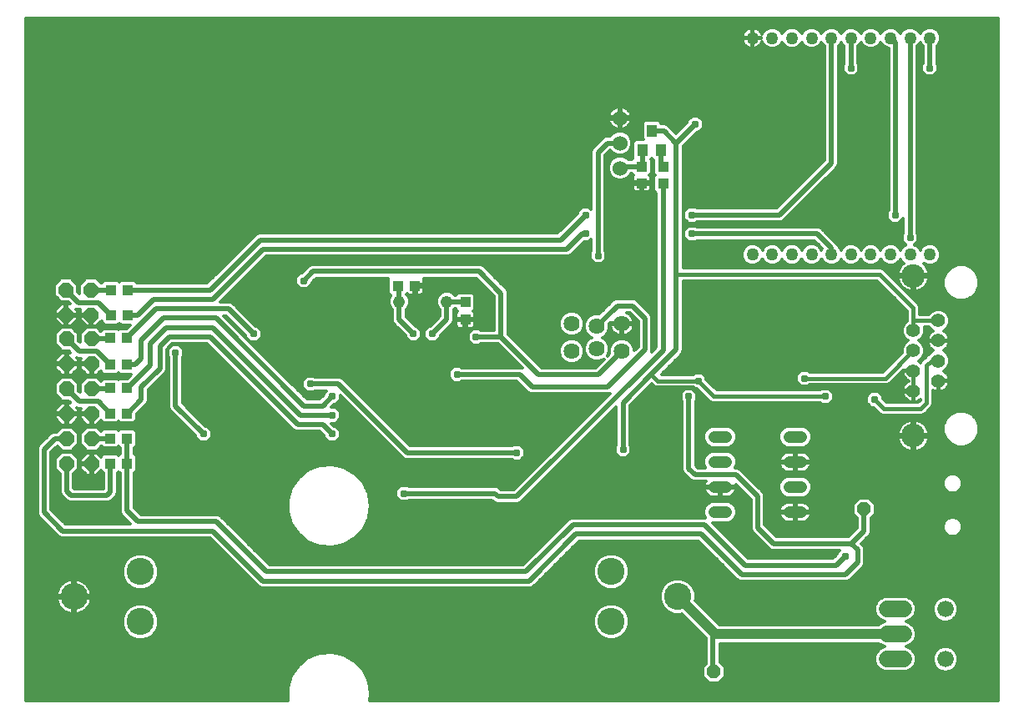
<source format=gbl>
G75*
G70*
%OFA0B0*%
%FSLAX24Y24*%
%IPPOS*%
%LPD*%
%AMOC8*
5,1,8,0,0,1.08239X$1,22.5*
%
%ADD10C,0.0480*%
%ADD11R,0.0425X0.0413*%
%ADD12R,0.0413X0.0425*%
%ADD13R,0.0394X0.0433*%
%ADD14C,0.0640*%
%ADD15R,0.0433X0.0394*%
%ADD16R,0.0394X0.0500*%
%ADD17C,0.0500*%
%ADD18OC8,0.0591*%
%ADD19C,0.0600*%
%ADD20C,0.1080*%
%ADD21C,0.0650*%
%ADD22C,0.0660*%
%ADD23C,0.0480*%
%ADD24C,0.0560*%
%ADD25C,0.0945*%
%ADD26C,0.0120*%
%ADD27OC8,0.0290*%
%ADD28C,0.0200*%
%ADD29C,0.0400*%
%ADD30OC8,0.0531*%
%ADD31C,0.0160*%
D10*
X015927Y020715D03*
X017827Y020715D03*
D11*
X018574Y020707D03*
X018574Y020018D03*
D12*
X016566Y021365D03*
X015877Y021365D03*
D13*
X005084Y021190D03*
X004414Y021190D03*
X004414Y020190D03*
X005084Y020190D03*
X005059Y019267D03*
X004389Y019267D03*
X004389Y018204D03*
X005059Y018204D03*
X005059Y017267D03*
X004389Y017267D03*
X004389Y016265D03*
X005059Y016265D03*
X005062Y015265D03*
X004393Y015265D03*
X004389Y014262D03*
X005059Y014262D03*
D14*
X022824Y018743D03*
X023824Y018843D03*
X024824Y018743D03*
X024824Y019843D03*
X023824Y019743D03*
X022824Y019843D03*
D15*
X025612Y025461D03*
X025612Y026131D03*
X026477Y026111D03*
X026477Y025442D03*
D16*
X026389Y026773D03*
X025641Y026773D03*
X026015Y027560D03*
D17*
X030042Y031264D03*
X030830Y031264D03*
X031617Y031264D03*
X032405Y031264D03*
X033192Y031264D03*
X033979Y031264D03*
X034767Y031264D03*
X035554Y031264D03*
X036342Y031264D03*
X037129Y031264D03*
X037129Y022603D03*
X036342Y022603D03*
X035554Y022603D03*
X034767Y022603D03*
X033979Y022603D03*
X033192Y022603D03*
X032405Y022603D03*
X031617Y022603D03*
X030830Y022603D03*
X030042Y022603D03*
D18*
X003624Y021190D03*
X002624Y021190D03*
X002624Y020190D03*
X003624Y020190D03*
X003649Y019240D03*
X002649Y019240D03*
X002649Y018240D03*
X003649Y018240D03*
X003649Y017240D03*
X002649Y017240D03*
X002649Y016240D03*
X003649Y016240D03*
X003649Y015240D03*
X002649Y015240D03*
X002649Y014240D03*
X003649Y014240D03*
D19*
X024749Y026065D03*
X024749Y027065D03*
X024749Y028065D03*
D20*
X024401Y009944D03*
X024401Y007944D03*
X027057Y008944D03*
X005597Y009936D03*
X005597Y007936D03*
X002941Y008936D03*
D21*
X035424Y008440D02*
X036074Y008440D01*
X036074Y007440D02*
X035424Y007440D01*
X035424Y006440D02*
X036074Y006440D01*
D22*
X037749Y006440D03*
X037749Y008440D03*
D23*
X031989Y012315D02*
X031509Y012315D01*
X031509Y013315D02*
X031989Y013315D01*
X031989Y014315D02*
X031509Y014315D01*
X031509Y015315D02*
X031989Y015315D01*
X028989Y015315D02*
X028509Y015315D01*
X028509Y014315D02*
X028989Y014315D01*
X028989Y013315D02*
X028509Y013315D01*
X028509Y012315D02*
X028989Y012315D01*
D24*
X036468Y017160D03*
X037468Y017561D03*
X036468Y017963D03*
X036468Y018766D03*
X036468Y019569D03*
X037468Y019168D03*
X037468Y018364D03*
X037468Y019971D03*
D25*
X036468Y021764D03*
X036468Y015366D03*
D26*
X011490Y004793D02*
X001019Y004793D01*
X001019Y032043D01*
X039849Y032043D01*
X039849Y004793D01*
X014743Y004793D01*
X014784Y005065D01*
X014710Y005555D01*
X014496Y006000D01*
X014159Y006363D01*
X013730Y006610D01*
X013248Y006721D01*
X012755Y006684D01*
X012294Y006503D01*
X011907Y006194D01*
X011628Y005785D01*
X011483Y005313D01*
X011483Y004818D01*
X011490Y004793D01*
X011483Y004869D02*
X001019Y004869D01*
X001019Y004987D02*
X011483Y004987D01*
X011483Y005106D02*
X001019Y005106D01*
X001019Y005224D02*
X011483Y005224D01*
X011492Y005343D02*
X001019Y005343D01*
X001019Y005461D02*
X011528Y005461D01*
X011565Y005580D02*
X001019Y005580D01*
X001019Y005698D02*
X011601Y005698D01*
X011628Y005785D02*
X011628Y005785D01*
X011650Y005817D02*
X001019Y005817D01*
X001019Y005935D02*
X011731Y005935D01*
X011811Y006054D02*
X001019Y006054D01*
X001019Y006172D02*
X011892Y006172D01*
X011907Y006194D02*
X011907Y006194D01*
X011907Y006194D01*
X012028Y006291D02*
X001019Y006291D01*
X001019Y006409D02*
X012177Y006409D01*
X012294Y006503D02*
X012294Y006503D01*
X012357Y006528D02*
X001019Y006528D01*
X001019Y006646D02*
X012659Y006646D01*
X012755Y006684D02*
X012755Y006684D01*
X013248Y006721D02*
X013248Y006721D01*
X013574Y006646D02*
X028188Y006646D01*
X028188Y006528D02*
X013874Y006528D01*
X013730Y006610D02*
X013730Y006610D01*
X014079Y006409D02*
X028188Y006409D01*
X028188Y006291D02*
X014226Y006291D01*
X014159Y006363D02*
X014159Y006363D01*
X014336Y006172D02*
X028101Y006172D01*
X028053Y006125D02*
X028053Y005756D01*
X028314Y005494D01*
X028684Y005494D01*
X028945Y005756D01*
X028945Y006125D01*
X028748Y006322D01*
X028748Y007060D01*
X035090Y007060D01*
X035138Y007012D01*
X035312Y006940D01*
X035138Y006868D01*
X034996Y006726D01*
X034919Y006541D01*
X034919Y006340D01*
X034996Y006154D01*
X035138Y006012D01*
X035324Y005935D01*
X036174Y005935D01*
X036360Y006012D01*
X036502Y006154D01*
X036579Y006340D01*
X036579Y006541D01*
X036502Y006726D01*
X036360Y006868D01*
X036186Y006940D01*
X036360Y007012D01*
X036502Y007154D01*
X036579Y007340D01*
X036579Y007541D01*
X036502Y007726D01*
X036360Y007868D01*
X036186Y007940D01*
X036360Y008012D01*
X036502Y008154D01*
X036579Y008340D01*
X036579Y008541D01*
X036502Y008726D01*
X036360Y008868D01*
X036174Y008945D01*
X035324Y008945D01*
X035138Y008868D01*
X034996Y008726D01*
X034919Y008541D01*
X034919Y008340D01*
X034996Y008154D01*
X035138Y008012D01*
X035312Y007940D01*
X035138Y007868D01*
X035090Y007820D01*
X028719Y007820D01*
X028683Y007856D01*
X027766Y008773D01*
X027777Y008801D01*
X027777Y009087D01*
X027668Y009352D01*
X027465Y009555D01*
X027200Y009664D01*
X026914Y009664D01*
X026649Y009555D01*
X026447Y009352D01*
X026337Y009087D01*
X026337Y008801D01*
X026447Y008536D01*
X026649Y008334D01*
X026914Y008224D01*
X027200Y008224D01*
X027228Y008236D01*
X028145Y007319D01*
X028188Y007276D01*
X028188Y006259D01*
X028053Y006125D01*
X028053Y006054D02*
X014446Y006054D01*
X014496Y006000D02*
X014496Y006000D01*
X014527Y005935D02*
X028053Y005935D01*
X028053Y005817D02*
X014584Y005817D01*
X014641Y005698D02*
X028111Y005698D01*
X028229Y005580D02*
X014698Y005580D01*
X014710Y005555D02*
X014710Y005555D01*
X014724Y005461D02*
X039849Y005461D01*
X039849Y005343D02*
X014742Y005343D01*
X014760Y005224D02*
X039849Y005224D01*
X039849Y005106D02*
X014778Y005106D01*
X014772Y004987D02*
X039849Y004987D01*
X039849Y004869D02*
X014754Y004869D01*
X010443Y009285D02*
X021180Y009285D01*
X021283Y009328D01*
X023115Y011160D01*
X027883Y011160D01*
X029465Y009578D01*
X029568Y009535D01*
X033805Y009535D01*
X033908Y009578D01*
X034408Y010078D01*
X034486Y010157D01*
X034529Y010260D01*
X034529Y010871D01*
X034486Y010974D01*
X034395Y011065D01*
X034658Y011328D01*
X034736Y011407D01*
X034779Y011510D01*
X034779Y012090D01*
X034945Y012256D01*
X034945Y012625D01*
X034684Y012886D01*
X034314Y012886D01*
X034053Y012625D01*
X034053Y012256D01*
X034219Y012090D01*
X034219Y011681D01*
X033883Y011345D01*
X030990Y011345D01*
X030529Y011806D01*
X030529Y012996D01*
X030486Y013099D01*
X029533Y014053D01*
X029430Y014095D01*
X029352Y014095D01*
X029409Y014232D01*
X029409Y014399D01*
X029345Y014553D01*
X029227Y014671D01*
X029073Y014735D01*
X028425Y014735D01*
X028271Y014671D01*
X028153Y014553D01*
X028089Y014399D01*
X028089Y014232D01*
X028146Y014095D01*
X027865Y014095D01*
X027779Y014181D01*
X027779Y016761D01*
X027824Y016806D01*
X027824Y017075D01*
X027634Y017265D01*
X027364Y017265D01*
X027174Y017075D01*
X027174Y016806D01*
X027219Y016761D01*
X027219Y014010D01*
X027262Y013907D01*
X027512Y013657D01*
X027590Y013578D01*
X027693Y013535D01*
X028175Y013535D01*
X028155Y013505D01*
X028124Y013432D01*
X028109Y013355D01*
X028109Y013335D01*
X028729Y013335D01*
X028729Y013295D01*
X028769Y013295D01*
X028769Y012915D01*
X029028Y012915D01*
X029106Y012931D01*
X029178Y012961D01*
X029244Y013005D01*
X029300Y013060D01*
X029343Y013126D01*
X029374Y013199D01*
X029389Y013276D01*
X029389Y013295D01*
X028769Y013295D01*
X028769Y013335D01*
X029389Y013335D01*
X029389Y013355D01*
X029377Y013417D01*
X029969Y012824D01*
X029969Y011635D01*
X030012Y011532D01*
X030637Y010907D01*
X030637Y010907D01*
X030715Y010828D01*
X030818Y010785D01*
X033509Y010785D01*
X033424Y010700D01*
X033424Y010636D01*
X033258Y010470D01*
X029865Y010470D01*
X028440Y011895D01*
X029073Y011895D01*
X029227Y011959D01*
X029345Y012077D01*
X029409Y012232D01*
X029409Y012399D01*
X029345Y012553D01*
X029227Y012671D01*
X029073Y012735D01*
X028425Y012735D01*
X028271Y012671D01*
X028153Y012553D01*
X028089Y012399D01*
X028089Y012232D01*
X028146Y012095D01*
X022818Y012095D01*
X022715Y012053D01*
X022637Y011974D01*
X020883Y010220D01*
X010740Y010220D01*
X008783Y012178D01*
X008680Y012220D01*
X005615Y012220D01*
X005342Y012493D01*
X005342Y013878D01*
X005435Y013971D01*
X005435Y014554D01*
X005342Y014647D01*
X005342Y014877D01*
X005439Y014974D01*
X005439Y015556D01*
X005334Y015662D01*
X004791Y015662D01*
X004728Y015598D01*
X004665Y015662D01*
X004122Y015662D01*
X004016Y015556D01*
X004016Y015545D01*
X003846Y015716D01*
X003452Y015716D01*
X003174Y015437D01*
X003174Y015043D01*
X003452Y014765D01*
X003846Y014765D01*
X004036Y014955D01*
X004122Y014868D01*
X004665Y014868D01*
X004728Y014932D01*
X004782Y014877D01*
X004782Y014654D01*
X004724Y014596D01*
X004661Y014659D01*
X004118Y014659D01*
X004013Y014554D01*
X004013Y014521D01*
X003838Y014696D01*
X003687Y014696D01*
X003687Y014279D01*
X003611Y014279D01*
X003611Y014696D01*
X003460Y014696D01*
X003194Y014429D01*
X003194Y014279D01*
X003611Y014279D01*
X003611Y014202D01*
X003687Y014202D01*
X003687Y013785D01*
X003838Y013785D01*
X004018Y013966D01*
X004110Y013874D01*
X004110Y013259D01*
X002944Y013259D01*
X002929Y013274D01*
X002929Y013848D01*
X003124Y014043D01*
X003124Y014437D01*
X002846Y014716D01*
X002452Y014716D01*
X002174Y014437D01*
X002174Y014043D01*
X002369Y013848D01*
X002369Y013102D01*
X002412Y012999D01*
X002590Y012820D01*
X002669Y012742D01*
X002772Y012699D01*
X004305Y012699D01*
X004408Y012742D01*
X004549Y012883D01*
X004628Y012962D01*
X004670Y013065D01*
X004670Y013875D01*
X004778Y013875D01*
X004782Y013871D02*
X004782Y012321D01*
X004825Y012218D01*
X005198Y011845D01*
X002615Y011845D01*
X002029Y012431D01*
X002029Y014699D01*
X002273Y014944D01*
X002452Y014765D01*
X002846Y014765D01*
X003124Y015043D01*
X003124Y015437D01*
X002846Y015716D01*
X002452Y015716D01*
X002257Y015520D01*
X002118Y015520D01*
X002015Y015478D01*
X001590Y015053D01*
X001512Y014974D01*
X001469Y014871D01*
X001469Y012260D01*
X001512Y012157D01*
X002262Y011407D01*
X002340Y011328D01*
X002443Y011285D01*
X008383Y011285D01*
X010262Y009407D01*
X010340Y009328D01*
X010443Y009285D01*
X010297Y009372D02*
X006051Y009372D01*
X006005Y009326D02*
X006208Y009528D01*
X006317Y009793D01*
X006317Y010080D01*
X006208Y010344D01*
X006005Y010547D01*
X005741Y010656D01*
X005454Y010656D01*
X005190Y010547D01*
X004987Y010344D01*
X004877Y010080D01*
X004877Y009793D01*
X004987Y009528D01*
X005190Y009326D01*
X005454Y009216D01*
X005741Y009216D01*
X006005Y009326D01*
X005830Y009253D02*
X024187Y009253D01*
X024257Y009224D02*
X024544Y009224D01*
X024808Y009334D01*
X025011Y009536D01*
X025121Y009801D01*
X025121Y010087D01*
X025011Y010352D01*
X024808Y010555D01*
X024544Y010664D01*
X024257Y010664D01*
X023993Y010555D01*
X023790Y010352D01*
X023681Y010087D01*
X023681Y009801D01*
X023790Y009536D01*
X023993Y009334D01*
X024257Y009224D01*
X023955Y009372D02*
X021326Y009372D01*
X021445Y009490D02*
X023836Y009490D01*
X023760Y009609D02*
X021563Y009609D01*
X021682Y009727D02*
X023711Y009727D01*
X023681Y009846D02*
X021800Y009846D01*
X021919Y009964D02*
X023681Y009964D01*
X023681Y010083D02*
X022037Y010083D01*
X022156Y010201D02*
X023728Y010201D01*
X023777Y010320D02*
X022274Y010320D01*
X022393Y010438D02*
X023876Y010438D01*
X023998Y010557D02*
X022511Y010557D01*
X022630Y010675D02*
X028368Y010675D01*
X028487Y010557D02*
X024803Y010557D01*
X024925Y010438D02*
X028605Y010438D01*
X028724Y010320D02*
X025024Y010320D01*
X025073Y010201D02*
X028842Y010201D01*
X028961Y010083D02*
X025121Y010083D01*
X025121Y009964D02*
X029079Y009964D01*
X029198Y009846D02*
X025121Y009846D01*
X025090Y009727D02*
X029316Y009727D01*
X029435Y009609D02*
X027334Y009609D01*
X027529Y009490D02*
X039849Y009490D01*
X039849Y009372D02*
X027648Y009372D01*
X027709Y009253D02*
X039849Y009253D01*
X039849Y009135D02*
X027758Y009135D01*
X027777Y009016D02*
X039849Y009016D01*
X039849Y008898D02*
X037977Y008898D01*
X038038Y008873D02*
X037850Y008950D01*
X037648Y008950D01*
X037460Y008873D01*
X037317Y008729D01*
X037239Y008542D01*
X037239Y008339D01*
X037317Y008151D01*
X037460Y008008D01*
X037648Y007930D01*
X037850Y007930D01*
X038038Y008008D01*
X038181Y008151D01*
X038259Y008339D01*
X038259Y008542D01*
X038181Y008729D01*
X038038Y008873D01*
X038131Y008779D02*
X039849Y008779D01*
X039849Y008661D02*
X038210Y008661D01*
X038259Y008542D02*
X039849Y008542D01*
X039849Y008424D02*
X038259Y008424D01*
X038245Y008305D02*
X039849Y008305D01*
X039849Y008187D02*
X038196Y008187D01*
X038098Y008068D02*
X039849Y008068D01*
X039849Y007950D02*
X037898Y007950D01*
X037600Y007950D02*
X036209Y007950D01*
X036397Y007831D02*
X039849Y007831D01*
X039849Y007713D02*
X036507Y007713D01*
X036556Y007594D02*
X039849Y007594D01*
X039849Y007476D02*
X036579Y007476D01*
X036579Y007357D02*
X039849Y007357D01*
X039849Y007239D02*
X036537Y007239D01*
X036468Y007120D02*
X039849Y007120D01*
X039849Y007002D02*
X036334Y007002D01*
X036323Y006883D02*
X037486Y006883D01*
X037460Y006873D02*
X037317Y006729D01*
X037239Y006542D01*
X037239Y006339D01*
X037317Y006151D01*
X037460Y006008D01*
X037648Y005930D01*
X037850Y005930D01*
X038038Y006008D01*
X038181Y006151D01*
X038259Y006339D01*
X038259Y006542D01*
X038181Y006729D01*
X038038Y006873D01*
X037850Y006950D01*
X037648Y006950D01*
X037460Y006873D01*
X037352Y006765D02*
X036463Y006765D01*
X036535Y006646D02*
X037282Y006646D01*
X037239Y006528D02*
X036579Y006528D01*
X036579Y006409D02*
X037239Y006409D01*
X037259Y006291D02*
X036558Y006291D01*
X036509Y006172D02*
X037308Y006172D01*
X037414Y006054D02*
X036401Y006054D01*
X037635Y005935D02*
X028945Y005935D01*
X028945Y005817D02*
X039849Y005817D01*
X039849Y005935D02*
X037863Y005935D01*
X038084Y006054D02*
X039849Y006054D01*
X039849Y006172D02*
X038190Y006172D01*
X038239Y006291D02*
X039849Y006291D01*
X039849Y006409D02*
X038259Y006409D01*
X038259Y006528D02*
X039849Y006528D01*
X039849Y006646D02*
X038216Y006646D01*
X038146Y006765D02*
X039849Y006765D01*
X039849Y006883D02*
X038012Y006883D01*
X037400Y008068D02*
X036416Y008068D01*
X036515Y008187D02*
X037302Y008187D01*
X037253Y008305D02*
X036564Y008305D01*
X036579Y008424D02*
X037239Y008424D01*
X037239Y008542D02*
X036578Y008542D01*
X036529Y008661D02*
X037288Y008661D01*
X037367Y008779D02*
X036449Y008779D01*
X036288Y008898D02*
X037521Y008898D01*
X039849Y009609D02*
X033938Y009609D01*
X034057Y009727D02*
X039849Y009727D01*
X039849Y009846D02*
X034175Y009846D01*
X034294Y009964D02*
X039849Y009964D01*
X039849Y010083D02*
X034412Y010083D01*
X034505Y010201D02*
X039849Y010201D01*
X039849Y010320D02*
X034529Y010320D01*
X034529Y010438D02*
X039849Y010438D01*
X039849Y010557D02*
X034529Y010557D01*
X034529Y010675D02*
X039849Y010675D01*
X039849Y010794D02*
X034529Y010794D01*
X034512Y010912D02*
X039849Y010912D01*
X039849Y011031D02*
X034429Y011031D01*
X034479Y011149D02*
X039849Y011149D01*
X039849Y011268D02*
X034597Y011268D01*
X034716Y011386D02*
X037843Y011386D01*
X037820Y011396D02*
X037962Y011337D01*
X038116Y011337D01*
X038259Y011396D01*
X038367Y011505D01*
X039849Y011505D01*
X039849Y011623D02*
X038417Y011623D01*
X038426Y011647D02*
X038367Y011505D01*
X038426Y011647D02*
X038426Y011801D01*
X038367Y011943D01*
X038259Y012052D01*
X038116Y012111D01*
X037962Y012111D01*
X037820Y012052D01*
X037711Y011943D01*
X037652Y011801D01*
X037652Y011647D01*
X037711Y011505D01*
X037820Y011396D01*
X037711Y011505D02*
X034777Y011505D01*
X034779Y011623D02*
X037662Y011623D01*
X037652Y011742D02*
X034779Y011742D01*
X034779Y011860D02*
X037677Y011860D01*
X037746Y011979D02*
X034779Y011979D01*
X034786Y012097D02*
X037928Y012097D01*
X038150Y012097D02*
X039849Y012097D01*
X039849Y011979D02*
X038332Y011979D01*
X038402Y011860D02*
X039849Y011860D01*
X039849Y011742D02*
X038426Y011742D01*
X038235Y011386D02*
X039849Y011386D01*
X039849Y012216D02*
X034905Y012216D01*
X034945Y012334D02*
X039849Y012334D01*
X039849Y012453D02*
X034945Y012453D01*
X034945Y012571D02*
X039849Y012571D01*
X039849Y012690D02*
X034880Y012690D01*
X034761Y012808D02*
X039849Y012808D01*
X039849Y012927D02*
X032149Y012927D01*
X032073Y012895D02*
X032227Y012959D01*
X032345Y013077D01*
X032409Y013232D01*
X032409Y013399D01*
X032345Y013553D01*
X032227Y013671D01*
X032073Y013735D01*
X031425Y013735D01*
X031271Y013671D01*
X031153Y013553D01*
X031089Y013399D01*
X031089Y013232D01*
X031153Y013077D01*
X031271Y012959D01*
X031425Y012895D01*
X032073Y012895D01*
X032028Y012715D02*
X031769Y012715D01*
X031769Y012335D01*
X032389Y012335D01*
X032389Y012355D01*
X032374Y012432D01*
X032343Y012505D01*
X032300Y012570D01*
X032244Y012626D01*
X032178Y012670D01*
X032106Y012700D01*
X032028Y012715D01*
X032130Y012690D02*
X034118Y012690D01*
X034053Y012571D02*
X032299Y012571D01*
X032365Y012453D02*
X034053Y012453D01*
X034053Y012334D02*
X031769Y012334D01*
X031769Y012335D02*
X031769Y012295D01*
X031769Y011915D01*
X032028Y011915D01*
X032106Y011931D01*
X032178Y011961D01*
X032244Y012005D01*
X032300Y012060D01*
X032343Y012126D01*
X032374Y012199D01*
X032389Y012276D01*
X032389Y012295D01*
X031769Y012295D01*
X031729Y012295D01*
X031729Y011915D01*
X031470Y011915D01*
X031392Y011931D01*
X031320Y011961D01*
X031254Y012005D01*
X031198Y012060D01*
X031155Y012126D01*
X031124Y012199D01*
X031109Y012276D01*
X031109Y012295D01*
X031729Y012295D01*
X031729Y012335D01*
X031109Y012335D01*
X031109Y012355D01*
X031124Y012432D01*
X031155Y012505D01*
X031198Y012570D01*
X031254Y012626D01*
X031320Y012670D01*
X031392Y012700D01*
X031470Y012715D01*
X031729Y012715D01*
X031729Y012335D01*
X031769Y012335D01*
X031729Y012334D02*
X030529Y012334D01*
X030529Y012216D02*
X031121Y012216D01*
X031174Y012097D02*
X030529Y012097D01*
X030529Y011979D02*
X031293Y011979D01*
X031729Y011979D02*
X031769Y011979D01*
X031769Y012097D02*
X031729Y012097D01*
X031729Y012216D02*
X031769Y012216D01*
X031769Y012453D02*
X031729Y012453D01*
X031729Y012571D02*
X031769Y012571D01*
X031769Y012690D02*
X031729Y012690D01*
X031368Y012690D02*
X030529Y012690D01*
X030529Y012808D02*
X034237Y012808D01*
X034093Y012216D02*
X032377Y012216D01*
X032324Y012097D02*
X034212Y012097D01*
X034219Y011979D02*
X032205Y011979D01*
X031199Y012571D02*
X030529Y012571D01*
X030529Y012453D02*
X031133Y012453D01*
X031349Y012927D02*
X030529Y012927D01*
X030509Y013045D02*
X031185Y013045D01*
X031117Y013164D02*
X030421Y013164D01*
X030303Y013282D02*
X031089Y013282D01*
X031090Y013401D02*
X030184Y013401D01*
X030066Y013519D02*
X031139Y013519D01*
X031238Y013638D02*
X029947Y013638D01*
X029829Y013756D02*
X037792Y013756D01*
X037820Y013785D02*
X037711Y013676D01*
X037652Y013533D01*
X037652Y013379D01*
X037711Y013237D01*
X037820Y013128D01*
X037962Y013069D01*
X038116Y013069D01*
X038259Y013128D01*
X038367Y013237D01*
X038426Y013379D01*
X038426Y013533D01*
X038367Y013676D01*
X038259Y013785D01*
X038116Y013844D01*
X037962Y013844D01*
X037820Y013785D01*
X037695Y013638D02*
X032260Y013638D01*
X032359Y013519D02*
X037652Y013519D01*
X037652Y013401D02*
X032408Y013401D01*
X032409Y013282D02*
X037692Y013282D01*
X037784Y013164D02*
X032381Y013164D01*
X032313Y013045D02*
X039849Y013045D01*
X039849Y013164D02*
X038294Y013164D01*
X038386Y013282D02*
X039849Y013282D01*
X039849Y013401D02*
X038426Y013401D01*
X038426Y013519D02*
X039849Y013519D01*
X039849Y013638D02*
X038383Y013638D01*
X038287Y013756D02*
X039849Y013756D01*
X039849Y013875D02*
X029710Y013875D01*
X029592Y013993D02*
X031271Y013993D01*
X031254Y014005D02*
X031320Y013961D01*
X031392Y013931D01*
X031470Y013915D01*
X031729Y013915D01*
X031729Y014295D01*
X031769Y014295D01*
X031769Y013915D01*
X032028Y013915D01*
X032106Y013931D01*
X032178Y013961D01*
X032244Y014005D01*
X032300Y014060D01*
X032343Y014126D01*
X032374Y014199D01*
X032389Y014276D01*
X032389Y014295D01*
X031769Y014295D01*
X031769Y014335D01*
X032389Y014335D01*
X032389Y014355D01*
X032374Y014432D01*
X032343Y014505D01*
X032300Y014570D01*
X032244Y014626D01*
X032178Y014670D01*
X032106Y014700D01*
X032028Y014715D01*
X031769Y014715D01*
X031769Y014335D01*
X031729Y014335D01*
X031729Y014295D01*
X031109Y014295D01*
X031109Y014276D01*
X031124Y014199D01*
X031155Y014126D01*
X031198Y014060D01*
X031254Y014005D01*
X031164Y014112D02*
X029359Y014112D01*
X029408Y014230D02*
X031118Y014230D01*
X031109Y014335D02*
X031729Y014335D01*
X031729Y014715D01*
X031470Y014715D01*
X031392Y014700D01*
X031320Y014670D01*
X031254Y014626D01*
X031198Y014570D01*
X031155Y014505D01*
X031124Y014432D01*
X031109Y014355D01*
X031109Y014335D01*
X031109Y014349D02*
X029409Y014349D01*
X029381Y014467D02*
X031139Y014467D01*
X031214Y014586D02*
X029312Y014586D01*
X029147Y014704D02*
X031414Y014704D01*
X031425Y014895D02*
X031271Y014959D01*
X031153Y015077D01*
X031089Y015232D01*
X031089Y015399D01*
X031153Y015553D01*
X031271Y015671D01*
X031425Y015735D01*
X032073Y015735D01*
X032227Y015671D01*
X032345Y015553D01*
X032409Y015399D01*
X032409Y015232D01*
X032345Y015077D01*
X032227Y014959D01*
X032073Y014895D01*
X031425Y014895D01*
X031314Y014941D02*
X029184Y014941D01*
X029227Y014959D02*
X029073Y014895D01*
X028425Y014895D01*
X028271Y014959D01*
X028153Y015077D01*
X028089Y015232D01*
X028089Y015399D01*
X028153Y015553D01*
X028271Y015671D01*
X028425Y015735D01*
X029073Y015735D01*
X029227Y015671D01*
X029345Y015553D01*
X029409Y015399D01*
X029409Y015232D01*
X029345Y015077D01*
X029227Y014959D01*
X029327Y015060D02*
X031171Y015060D01*
X031111Y015178D02*
X029387Y015178D01*
X029409Y015297D02*
X031089Y015297D01*
X031096Y015415D02*
X029402Y015415D01*
X029353Y015534D02*
X031145Y015534D01*
X031252Y015652D02*
X029246Y015652D01*
X028252Y015652D02*
X027779Y015652D01*
X027779Y015534D02*
X028145Y015534D01*
X028096Y015415D02*
X027779Y015415D01*
X027779Y015297D02*
X028089Y015297D01*
X028111Y015178D02*
X027779Y015178D01*
X027779Y015060D02*
X028171Y015060D01*
X028314Y014941D02*
X027779Y014941D01*
X027779Y014823D02*
X036142Y014823D01*
X036137Y014826D02*
X036226Y014780D01*
X036320Y014750D01*
X036408Y014736D01*
X036408Y015306D01*
X035838Y015306D01*
X035852Y015218D01*
X035882Y015124D01*
X035928Y015035D01*
X035986Y014954D01*
X036056Y014884D01*
X036137Y014826D01*
X035999Y014941D02*
X032184Y014941D01*
X032327Y015060D02*
X035915Y015060D01*
X035865Y015178D02*
X032387Y015178D01*
X032409Y015297D02*
X035839Y015297D01*
X035838Y015426D02*
X036408Y015426D01*
X036408Y015306D01*
X036528Y015306D01*
X036528Y014736D01*
X036617Y014750D01*
X036711Y014780D01*
X036800Y014826D01*
X036880Y014884D01*
X036951Y014954D01*
X037009Y015035D01*
X037055Y015124D01*
X037085Y015218D01*
X037099Y015306D01*
X036528Y015306D01*
X036528Y015426D01*
X036408Y015426D01*
X036408Y015997D01*
X036320Y015983D01*
X036226Y015953D01*
X036137Y015907D01*
X036056Y015849D01*
X035986Y015778D01*
X035928Y015698D01*
X035882Y015609D01*
X035852Y015515D01*
X035838Y015426D01*
X035858Y015534D02*
X032353Y015534D01*
X032402Y015415D02*
X036408Y015415D01*
X036408Y015297D02*
X036528Y015297D01*
X036528Y015415D02*
X037695Y015415D01*
X037662Y015494D02*
X037770Y015233D01*
X037971Y015033D01*
X038232Y014924D01*
X038516Y014924D01*
X038777Y015033D01*
X038978Y015233D01*
X039086Y015494D01*
X039086Y015778D01*
X038978Y016039D01*
X038777Y016240D01*
X038516Y016348D01*
X038232Y016348D01*
X037971Y016240D01*
X037770Y016039D01*
X037662Y015778D01*
X037662Y015494D01*
X037662Y015534D02*
X037079Y015534D01*
X037085Y015515D02*
X037055Y015609D01*
X037009Y015698D01*
X036951Y015778D01*
X036880Y015849D01*
X036800Y015907D01*
X036711Y015953D01*
X036617Y015983D01*
X036528Y015997D01*
X036528Y015426D01*
X037099Y015426D01*
X037085Y015515D01*
X037033Y015652D02*
X037662Y015652D01*
X037662Y015771D02*
X036956Y015771D01*
X036825Y015889D02*
X037708Y015889D01*
X037757Y016008D02*
X027779Y016008D01*
X027779Y016126D02*
X037857Y016126D01*
X037983Y016245D02*
X036921Y016245D01*
X036896Y016220D02*
X036969Y016293D01*
X037219Y016543D01*
X037259Y016639D01*
X037259Y017174D01*
X037300Y017154D01*
X037365Y017132D01*
X037434Y017121D01*
X037440Y017121D01*
X037440Y017533D01*
X037497Y017533D01*
X037497Y017590D01*
X037908Y017590D01*
X037908Y017596D01*
X037898Y017664D01*
X037876Y017730D01*
X037845Y017792D01*
X037804Y017848D01*
X037755Y017897D01*
X037699Y017938D01*
X037673Y017951D01*
X037729Y017974D01*
X037858Y018104D01*
X037928Y018273D01*
X037928Y018456D01*
X037858Y018625D01*
X037729Y018754D01*
X037673Y018778D01*
X037699Y018791D01*
X037755Y018832D01*
X037804Y018881D01*
X037845Y018937D01*
X037876Y018999D01*
X037898Y019065D01*
X037908Y019133D01*
X037908Y019139D01*
X037497Y019139D01*
X037497Y019196D01*
X037908Y019196D01*
X037908Y019202D01*
X037898Y019271D01*
X037876Y019336D01*
X037845Y019398D01*
X037804Y019454D01*
X037755Y019503D01*
X037699Y019544D01*
X037673Y019557D01*
X037729Y019581D01*
X037858Y019710D01*
X037928Y019879D01*
X037928Y020062D01*
X037858Y020231D01*
X037729Y020361D01*
X037560Y020431D01*
X037377Y020431D01*
X037208Y020361D01*
X037079Y020231D01*
X037078Y020231D01*
X036728Y020231D01*
X036728Y020522D01*
X036689Y020618D01*
X035344Y021963D01*
X035271Y022036D01*
X035176Y022075D01*
X027279Y022075D01*
X027279Y026949D01*
X027820Y027490D01*
X027884Y027490D01*
X028074Y027681D01*
X028074Y027950D01*
X027884Y028140D01*
X027614Y028140D01*
X027424Y027950D01*
X027424Y027886D01*
X026999Y027461D01*
X026663Y027798D01*
X026560Y027840D01*
X026391Y027840D01*
X026391Y027885D01*
X026286Y027990D01*
X025743Y027990D01*
X025638Y027885D01*
X025638Y027236D01*
X025671Y027203D01*
X025369Y027203D01*
X025264Y027097D01*
X025264Y026450D01*
X025224Y026411D01*
X025082Y026411D01*
X025021Y026472D01*
X024844Y026545D01*
X024654Y026545D01*
X024477Y026472D01*
X024342Y026337D01*
X024269Y026161D01*
X024269Y025970D01*
X024342Y025793D01*
X024477Y025658D01*
X024654Y025585D01*
X024844Y025585D01*
X025021Y025658D01*
X025156Y025793D01*
X025180Y025851D01*
X025224Y025851D01*
X025293Y025782D01*
X025268Y025757D01*
X025247Y025720D01*
X025236Y025679D01*
X025236Y025500D01*
X025574Y025500D01*
X025574Y025423D01*
X025651Y025423D01*
X025651Y025500D01*
X025989Y025500D01*
X025989Y025679D01*
X025978Y025720D01*
X025957Y025757D01*
X025932Y025782D01*
X026009Y025859D01*
X026009Y026402D01*
X025990Y026421D01*
X026015Y026445D01*
X026080Y026380D01*
X026080Y025840D01*
X026143Y025777D01*
X026080Y025714D01*
X026080Y025171D01*
X026186Y025065D01*
X026197Y025065D01*
X026197Y018909D01*
X026016Y018728D01*
X026029Y018760D01*
X026029Y020121D01*
X025986Y020224D01*
X025486Y020724D01*
X025408Y020803D01*
X025305Y020845D01*
X024591Y020845D01*
X024488Y020803D01*
X023927Y020242D01*
X023923Y020243D01*
X023725Y020243D01*
X023541Y020167D01*
X023400Y020026D01*
X023324Y019842D01*
X023324Y019644D01*
X023400Y019460D01*
X023541Y019319D01*
X023604Y019293D01*
X023541Y019267D01*
X023400Y019126D01*
X023324Y018942D01*
X023324Y018744D01*
X023400Y018560D01*
X023541Y018419D01*
X023725Y018343D01*
X023923Y018343D01*
X024102Y018417D01*
X023780Y018095D01*
X021615Y018095D01*
X020279Y019431D01*
X020279Y021121D01*
X020236Y021224D01*
X019361Y022099D01*
X019283Y022178D01*
X019180Y022220D01*
X012443Y022220D01*
X012340Y022178D01*
X012053Y021890D01*
X011989Y021890D01*
X011799Y021700D01*
X011799Y021431D01*
X011989Y021240D01*
X012259Y021240D01*
X012449Y021431D01*
X012449Y021494D01*
X012615Y021660D01*
X015498Y021660D01*
X015490Y021652D01*
X015490Y021078D01*
X015593Y020975D01*
X015571Y020953D01*
X015507Y020799D01*
X015507Y020632D01*
X015571Y020477D01*
X015647Y020401D01*
X015647Y019957D01*
X015689Y019854D01*
X015768Y019775D01*
X015768Y019775D01*
X016174Y019369D01*
X016174Y019306D01*
X016364Y019115D01*
X016634Y019115D01*
X016824Y019306D01*
X016824Y019575D01*
X016634Y019765D01*
X016570Y019765D01*
X016207Y020128D01*
X016207Y020401D01*
X016283Y020477D01*
X016347Y020632D01*
X016347Y020799D01*
X016283Y020953D01*
X016211Y021025D01*
X016235Y021050D01*
X016261Y021025D01*
X016297Y021004D01*
X016338Y020993D01*
X016522Y020993D01*
X016522Y021322D01*
X016609Y021322D01*
X016609Y021409D01*
X016932Y021409D01*
X016932Y021599D01*
X016922Y021640D01*
X016910Y021660D01*
X019008Y021660D01*
X019719Y020949D01*
X019719Y019595D01*
X019179Y019595D01*
X019134Y019640D01*
X018864Y019640D01*
X018674Y019450D01*
X018674Y019181D01*
X018864Y018990D01*
X019134Y018990D01*
X019179Y019035D01*
X019883Y019035D01*
X020836Y018082D01*
X020805Y018095D01*
X018429Y018095D01*
X018384Y018140D01*
X018114Y018140D01*
X017924Y017950D01*
X017924Y017681D01*
X018114Y017490D01*
X018384Y017490D01*
X018429Y017535D01*
X020633Y017535D01*
X021090Y017078D01*
X021193Y017035D01*
X024305Y017035D01*
X024336Y017048D01*
X020508Y013220D01*
X019990Y013220D01*
X019986Y013224D01*
X019908Y013303D01*
X019805Y013345D01*
X016304Y013345D01*
X016259Y013390D01*
X015989Y013390D01*
X015799Y013200D01*
X015799Y012931D01*
X015989Y012740D01*
X016259Y012740D01*
X016304Y012785D01*
X019633Y012785D01*
X019715Y012703D01*
X019818Y012660D01*
X020680Y012660D01*
X020783Y012703D01*
X020861Y012782D01*
X024594Y016514D01*
X024594Y014995D01*
X024549Y014950D01*
X024549Y014681D01*
X024739Y014490D01*
X025009Y014490D01*
X025199Y014681D01*
X025199Y014950D01*
X025154Y014995D01*
X025154Y016574D01*
X026013Y017433D01*
X026102Y017345D01*
X026197Y017305D01*
X027674Y017305D01*
X027739Y017240D01*
X027831Y017240D01*
X028352Y016720D01*
X028447Y016680D01*
X032749Y016680D01*
X032814Y016615D01*
X033084Y016615D01*
X033274Y016806D01*
X033274Y017075D01*
X033084Y017265D01*
X032814Y017265D01*
X032749Y017200D01*
X028607Y017200D01*
X028199Y017608D01*
X028199Y017700D01*
X028009Y017890D01*
X027739Y017890D01*
X027674Y017825D01*
X026405Y017825D01*
X027236Y018657D01*
X027279Y018760D01*
X027279Y021555D01*
X035016Y021555D01*
X036208Y020363D01*
X036208Y019959D01*
X036079Y019830D01*
X036008Y019661D01*
X036008Y019478D01*
X036079Y019309D01*
X036208Y019179D01*
X036236Y019168D01*
X036208Y019156D01*
X036079Y019027D01*
X036008Y018858D01*
X036008Y018675D01*
X036009Y018674D01*
X035260Y017925D01*
X032324Y017925D01*
X032259Y017990D01*
X031989Y017990D01*
X031799Y017800D01*
X031799Y017531D01*
X031989Y017340D01*
X032259Y017340D01*
X032324Y017405D01*
X035419Y017405D01*
X035515Y017445D01*
X036062Y017991D01*
X036440Y017991D01*
X036440Y017934D01*
X036497Y017934D01*
X036497Y017188D01*
X036440Y017188D01*
X036440Y017131D01*
X036497Y017131D01*
X036497Y016720D01*
X036503Y016720D01*
X036572Y016731D01*
X036637Y016752D01*
X036699Y016783D01*
X036739Y016812D01*
X036739Y016798D01*
X036641Y016700D01*
X035407Y016700D01*
X035249Y016858D01*
X035249Y016950D01*
X035059Y017140D01*
X034789Y017140D01*
X034599Y016950D01*
X034599Y016681D01*
X034789Y016490D01*
X034881Y016490D01*
X035152Y016220D01*
X035247Y016180D01*
X036801Y016180D01*
X036896Y016220D01*
X037040Y016363D02*
X039849Y016363D01*
X039849Y016245D02*
X038765Y016245D01*
X038891Y016126D02*
X039849Y016126D01*
X039849Y016008D02*
X038991Y016008D01*
X039040Y015889D02*
X039849Y015889D01*
X039849Y015771D02*
X039086Y015771D01*
X039086Y015652D02*
X039849Y015652D01*
X039849Y015534D02*
X039086Y015534D01*
X039053Y015415D02*
X039849Y015415D01*
X039849Y015297D02*
X039004Y015297D01*
X038923Y015178D02*
X039849Y015178D01*
X039849Y015060D02*
X038805Y015060D01*
X038557Y014941D02*
X039849Y014941D01*
X039849Y014823D02*
X036795Y014823D01*
X036938Y014941D02*
X038191Y014941D01*
X037943Y015060D02*
X037022Y015060D01*
X037072Y015178D02*
X037825Y015178D01*
X037744Y015297D02*
X037098Y015297D01*
X036528Y015178D02*
X036408Y015178D01*
X036408Y015060D02*
X036528Y015060D01*
X036528Y014941D02*
X036408Y014941D01*
X036408Y014823D02*
X036528Y014823D01*
X036528Y015534D02*
X036408Y015534D01*
X036408Y015652D02*
X036528Y015652D01*
X036528Y015771D02*
X036408Y015771D01*
X036408Y015889D02*
X036528Y015889D01*
X036112Y015889D02*
X027779Y015889D01*
X027779Y015771D02*
X035981Y015771D01*
X035904Y015652D02*
X032246Y015652D01*
X032084Y014704D02*
X039849Y014704D01*
X039849Y014586D02*
X032284Y014586D01*
X032359Y014467D02*
X039849Y014467D01*
X039849Y014349D02*
X032389Y014349D01*
X032380Y014230D02*
X039849Y014230D01*
X039849Y014112D02*
X032334Y014112D01*
X032227Y013993D02*
X039849Y013993D01*
X039849Y016482D02*
X037158Y016482D01*
X037243Y016600D02*
X039849Y016600D01*
X039849Y016719D02*
X037259Y016719D01*
X037259Y016837D02*
X039849Y016837D01*
X039849Y016956D02*
X037259Y016956D01*
X037259Y017074D02*
X039849Y017074D01*
X039849Y017193D02*
X037710Y017193D01*
X037699Y017185D02*
X037755Y017226D01*
X037804Y017275D01*
X037845Y017331D01*
X037876Y017392D01*
X037898Y017458D01*
X037908Y017527D01*
X037908Y017533D01*
X037497Y017533D01*
X037497Y017121D01*
X037503Y017121D01*
X037572Y017132D01*
X037637Y017154D01*
X037699Y017185D01*
X037831Y017311D02*
X039849Y017311D01*
X039849Y017430D02*
X037888Y017430D01*
X037897Y017667D02*
X039849Y017667D01*
X039849Y017785D02*
X037848Y017785D01*
X037746Y017904D02*
X039849Y017904D01*
X039849Y018022D02*
X037777Y018022D01*
X037874Y018141D02*
X039849Y018141D01*
X039849Y018259D02*
X037923Y018259D01*
X037928Y018378D02*
X039849Y018378D01*
X039849Y018496D02*
X037912Y018496D01*
X037863Y018615D02*
X039849Y018615D01*
X039849Y018733D02*
X037750Y018733D01*
X037775Y018852D02*
X039849Y018852D01*
X039849Y018970D02*
X037862Y018970D01*
X037901Y019089D02*
X039849Y019089D01*
X039849Y019207D02*
X037908Y019207D01*
X037880Y019326D02*
X039849Y019326D01*
X039849Y019444D02*
X037811Y019444D01*
X037686Y019563D02*
X039849Y019563D01*
X039849Y019681D02*
X037830Y019681D01*
X037896Y019800D02*
X039849Y019800D01*
X039849Y019918D02*
X037928Y019918D01*
X037928Y020037D02*
X039849Y020037D01*
X039849Y020155D02*
X037890Y020155D01*
X037816Y020274D02*
X039849Y020274D01*
X039849Y020392D02*
X037653Y020392D01*
X037284Y020392D02*
X036728Y020392D01*
X036728Y020274D02*
X037121Y020274D01*
X036728Y020511D02*
X039849Y020511D01*
X039849Y020629D02*
X036678Y020629D01*
X036559Y020748D02*
X039849Y020748D01*
X039849Y020866D02*
X038718Y020866D01*
X038777Y020891D02*
X038978Y021091D01*
X039086Y021353D01*
X039086Y021636D01*
X038978Y021898D01*
X038777Y022098D01*
X038516Y022206D01*
X038232Y022206D01*
X037971Y022098D01*
X037770Y021898D01*
X037662Y021636D01*
X037662Y021353D01*
X037770Y021091D01*
X037971Y020891D01*
X038232Y020782D01*
X038516Y020782D01*
X038777Y020891D01*
X038871Y020985D02*
X039849Y020985D01*
X039849Y021103D02*
X038983Y021103D01*
X039032Y021222D02*
X039849Y021222D01*
X039849Y021340D02*
X039081Y021340D01*
X039086Y021459D02*
X039849Y021459D01*
X039849Y021577D02*
X039086Y021577D01*
X039061Y021696D02*
X039849Y021696D01*
X039849Y021814D02*
X039012Y021814D01*
X038942Y021933D02*
X039849Y021933D01*
X039849Y022051D02*
X038824Y022051D01*
X038604Y022170D02*
X039849Y022170D01*
X039849Y022288D02*
X037423Y022288D01*
X037373Y022238D02*
X037493Y022359D01*
X037559Y022517D01*
X037559Y022688D01*
X037493Y022846D01*
X037373Y022967D01*
X037214Y023033D01*
X037043Y023033D01*
X036885Y022967D01*
X036764Y022846D01*
X036735Y022776D01*
X036706Y022846D01*
X036585Y022967D01*
X036515Y022996D01*
X036667Y023148D01*
X036667Y023417D01*
X036622Y023462D01*
X036622Y030936D01*
X036706Y031020D01*
X036735Y031091D01*
X036764Y031020D01*
X036844Y030941D01*
X036844Y030245D01*
X036799Y030200D01*
X036799Y029931D01*
X036989Y029740D01*
X037259Y029740D01*
X037449Y029931D01*
X037449Y030200D01*
X037404Y030245D01*
X037404Y030931D01*
X037493Y031020D01*
X037559Y031179D01*
X037559Y031350D01*
X037493Y031508D01*
X037373Y031629D01*
X037214Y031694D01*
X037043Y031694D01*
X036885Y031629D01*
X036764Y031508D01*
X036735Y031437D01*
X036706Y031508D01*
X036585Y031629D01*
X036427Y031694D01*
X036256Y031694D01*
X036098Y031629D01*
X035977Y031508D01*
X035948Y031437D01*
X035919Y031508D01*
X035798Y031629D01*
X035640Y031694D01*
X035469Y031694D01*
X035311Y031629D01*
X035190Y031508D01*
X035160Y031437D01*
X035131Y031508D01*
X035010Y031629D01*
X034852Y031694D01*
X034681Y031694D01*
X034523Y031629D01*
X034402Y031508D01*
X034373Y031437D01*
X034344Y031508D01*
X034223Y031629D01*
X034065Y031694D01*
X033894Y031694D01*
X033736Y031629D01*
X033615Y031508D01*
X033586Y031437D01*
X033556Y031508D01*
X033435Y031629D01*
X033277Y031694D01*
X033106Y031694D01*
X032948Y031629D01*
X032827Y031508D01*
X032798Y031437D01*
X032769Y031508D01*
X032648Y031629D01*
X032490Y031694D01*
X032319Y031694D01*
X032161Y031629D01*
X032040Y031508D01*
X032011Y031437D01*
X031982Y031508D01*
X031861Y031629D01*
X031703Y031694D01*
X031532Y031694D01*
X031374Y031629D01*
X031253Y031508D01*
X031223Y031437D01*
X031194Y031508D01*
X031073Y031629D01*
X030915Y031694D01*
X030744Y031694D01*
X030586Y031629D01*
X030465Y031508D01*
X030425Y031412D01*
X030422Y031421D01*
X030393Y031479D01*
X030355Y031531D01*
X030309Y031577D01*
X030257Y031615D01*
X030200Y031644D01*
X030138Y031664D01*
X030075Y031674D01*
X030061Y031674D01*
X030061Y031283D01*
X030024Y031283D01*
X030024Y031674D01*
X030010Y031674D01*
X029946Y031664D01*
X029885Y031644D01*
X029827Y031615D01*
X029775Y031577D01*
X029730Y031531D01*
X001019Y031531D01*
X001019Y031413D02*
X029660Y031413D01*
X029662Y031421D02*
X029642Y031360D01*
X029632Y031296D01*
X029632Y031283D01*
X030024Y031283D01*
X030024Y031245D01*
X030061Y031245D01*
X030061Y030854D01*
X030075Y030854D01*
X030138Y030864D01*
X030200Y030884D01*
X030257Y030913D01*
X030309Y030951D01*
X030355Y030997D01*
X030393Y031049D01*
X030422Y031107D01*
X030425Y031116D01*
X030465Y031020D01*
X030586Y030900D01*
X030744Y030834D01*
X030915Y030834D01*
X031073Y030900D01*
X031194Y031020D01*
X031223Y031091D01*
X031253Y031020D01*
X031374Y030900D01*
X031532Y030834D01*
X031703Y030834D01*
X031861Y030900D01*
X031982Y031020D01*
X032011Y031091D01*
X032040Y031020D01*
X032161Y030900D01*
X032319Y030834D01*
X032490Y030834D01*
X032648Y030900D01*
X032769Y031020D01*
X032798Y031091D01*
X032827Y031020D01*
X032912Y030936D01*
X032912Y026374D01*
X031008Y024470D01*
X027804Y024470D01*
X027759Y024515D01*
X027489Y024515D01*
X027299Y024325D01*
X027299Y024056D01*
X027489Y023865D01*
X027759Y023865D01*
X027804Y023910D01*
X031180Y023910D01*
X031283Y023953D01*
X031361Y024032D01*
X033351Y026021D01*
X033429Y026100D01*
X033472Y026202D01*
X033472Y030936D01*
X033556Y031020D01*
X033586Y031091D01*
X033615Y031020D01*
X033699Y030936D01*
X033699Y030250D01*
X033649Y030200D01*
X033649Y029931D01*
X033839Y029740D01*
X034109Y029740D01*
X034299Y029931D01*
X034299Y030200D01*
X034259Y030240D01*
X034259Y030936D01*
X034344Y031020D01*
X034373Y031091D01*
X034402Y031020D01*
X034523Y030900D01*
X034681Y030834D01*
X034852Y030834D01*
X035010Y030900D01*
X035131Y031020D01*
X035160Y031091D01*
X035190Y031020D01*
X035311Y030900D01*
X035469Y030834D01*
X035469Y024370D01*
X035424Y024325D01*
X035424Y024056D01*
X035614Y023865D01*
X035884Y023865D01*
X036062Y024043D01*
X036062Y023462D01*
X036017Y023417D01*
X036017Y023148D01*
X036168Y022996D01*
X036098Y022967D01*
X035977Y022846D01*
X035948Y022776D01*
X035919Y022846D01*
X035798Y022967D01*
X035640Y023033D01*
X035469Y023033D01*
X035311Y022967D01*
X035190Y022846D01*
X035160Y022776D01*
X035131Y022846D01*
X035010Y022967D01*
X034852Y023033D01*
X034681Y023033D01*
X034523Y022967D01*
X034402Y022846D01*
X034373Y022776D01*
X034344Y022846D01*
X034223Y022967D01*
X034065Y023033D01*
X033894Y023033D01*
X033736Y022967D01*
X033615Y022846D01*
X033586Y022776D01*
X033556Y022846D01*
X033470Y022933D01*
X033429Y023031D01*
X032861Y023599D01*
X032783Y023678D01*
X032680Y023720D01*
X027804Y023720D01*
X027759Y023765D01*
X027489Y023765D01*
X027299Y023575D01*
X027299Y023306D01*
X027489Y023115D01*
X027759Y023115D01*
X027804Y023160D01*
X032508Y023160D01*
X032826Y022842D01*
X032798Y022776D01*
X032769Y022846D01*
X032648Y022967D01*
X032490Y023033D01*
X032319Y023033D01*
X032161Y022967D01*
X032040Y022846D01*
X032011Y022776D01*
X031982Y022846D01*
X031861Y022967D01*
X031703Y023033D01*
X031532Y023033D01*
X031374Y022967D01*
X031253Y022846D01*
X031223Y022776D01*
X031194Y022846D01*
X031073Y022967D01*
X030915Y023033D01*
X030744Y023033D01*
X030586Y022967D01*
X030465Y022846D01*
X030436Y022776D01*
X030407Y022846D01*
X030286Y022967D01*
X030128Y023033D01*
X029957Y023033D01*
X029799Y022967D01*
X029678Y022846D01*
X029612Y022688D01*
X029612Y022517D01*
X029678Y022359D01*
X029799Y022238D01*
X029957Y022173D01*
X030128Y022173D01*
X030286Y022238D01*
X030407Y022359D01*
X030436Y022429D01*
X030465Y022359D01*
X030586Y022238D01*
X030744Y022173D01*
X030915Y022173D01*
X031073Y022238D01*
X031194Y022359D01*
X031223Y022429D01*
X031253Y022359D01*
X031374Y022238D01*
X031532Y022173D01*
X031703Y022173D01*
X031861Y022238D01*
X031982Y022359D01*
X032011Y022429D01*
X032040Y022359D01*
X032161Y022238D01*
X032319Y022173D01*
X032490Y022173D01*
X032648Y022238D01*
X032769Y022359D01*
X032798Y022429D01*
X032827Y022359D01*
X032948Y022238D01*
X033106Y022173D01*
X033277Y022173D01*
X033435Y022238D01*
X033556Y022359D01*
X033586Y022429D01*
X033615Y022359D01*
X033736Y022238D01*
X033894Y022173D01*
X034065Y022173D01*
X034223Y022238D01*
X034344Y022359D01*
X034373Y022429D01*
X034402Y022359D01*
X034523Y022238D01*
X034681Y022173D01*
X034852Y022173D01*
X035010Y022238D01*
X035131Y022359D01*
X035160Y022429D01*
X035190Y022359D01*
X035311Y022238D01*
X035469Y022173D01*
X035640Y022173D01*
X035798Y022238D01*
X035919Y022359D01*
X035948Y022429D01*
X035977Y022359D01*
X036076Y022260D01*
X036056Y022246D01*
X035986Y022176D01*
X035928Y022096D01*
X035882Y022007D01*
X035852Y021912D01*
X035838Y021824D01*
X036408Y021824D01*
X036408Y021704D01*
X035838Y021704D01*
X035852Y021616D01*
X035882Y021521D01*
X035928Y021433D01*
X035986Y021352D01*
X036056Y021282D01*
X036137Y021223D01*
X036226Y021178D01*
X036320Y021147D01*
X036408Y021133D01*
X036408Y021704D01*
X036528Y021704D01*
X036528Y021133D01*
X036617Y021147D01*
X036711Y021178D01*
X036800Y021223D01*
X036880Y021282D01*
X036951Y021352D01*
X037009Y021433D01*
X037055Y021521D01*
X037085Y021616D01*
X037099Y021704D01*
X036528Y021704D01*
X036528Y021824D01*
X037099Y021824D01*
X037085Y021912D01*
X037055Y022007D01*
X037009Y022096D01*
X036951Y022176D01*
X036891Y022236D01*
X037043Y022173D01*
X037214Y022173D01*
X037373Y022238D01*
X037513Y022407D02*
X039849Y022407D01*
X039849Y022525D02*
X037559Y022525D01*
X037559Y022644D02*
X039849Y022644D01*
X039849Y022762D02*
X037528Y022762D01*
X037459Y022881D02*
X039849Y022881D01*
X039849Y022999D02*
X037295Y022999D01*
X036963Y022999D02*
X036518Y022999D01*
X036636Y023118D02*
X039849Y023118D01*
X039849Y023236D02*
X036667Y023236D01*
X036667Y023355D02*
X039849Y023355D01*
X039849Y023473D02*
X036622Y023473D01*
X036622Y023592D02*
X039849Y023592D01*
X039849Y023710D02*
X036622Y023710D01*
X036622Y023829D02*
X039849Y023829D01*
X039849Y023947D02*
X036622Y023947D01*
X036622Y024066D02*
X039849Y024066D01*
X039849Y024184D02*
X036622Y024184D01*
X036622Y024303D02*
X039849Y024303D01*
X039849Y024421D02*
X036622Y024421D01*
X036622Y024540D02*
X039849Y024540D01*
X039849Y024658D02*
X036622Y024658D01*
X036622Y024777D02*
X039849Y024777D01*
X039849Y024895D02*
X036622Y024895D01*
X036622Y025014D02*
X039849Y025014D01*
X039849Y025132D02*
X036622Y025132D01*
X036622Y025251D02*
X039849Y025251D01*
X039849Y025369D02*
X036622Y025369D01*
X036622Y025488D02*
X039849Y025488D01*
X039849Y025606D02*
X036622Y025606D01*
X036622Y025725D02*
X039849Y025725D01*
X039849Y025843D02*
X036622Y025843D01*
X036622Y025962D02*
X039849Y025962D01*
X039849Y026080D02*
X036622Y026080D01*
X036622Y026199D02*
X039849Y026199D01*
X039849Y026317D02*
X036622Y026317D01*
X036622Y026436D02*
X039849Y026436D01*
X039849Y026554D02*
X036622Y026554D01*
X036622Y026673D02*
X039849Y026673D01*
X039849Y026791D02*
X036622Y026791D01*
X036622Y026910D02*
X039849Y026910D01*
X039849Y027028D02*
X036622Y027028D01*
X036622Y027147D02*
X039849Y027147D01*
X039849Y027265D02*
X036622Y027265D01*
X036622Y027384D02*
X039849Y027384D01*
X039849Y027502D02*
X036622Y027502D01*
X036622Y027621D02*
X039849Y027621D01*
X039849Y027739D02*
X036622Y027739D01*
X036622Y027858D02*
X039849Y027858D01*
X039849Y027976D02*
X036622Y027976D01*
X036622Y028095D02*
X039849Y028095D01*
X039849Y028213D02*
X036622Y028213D01*
X036622Y028332D02*
X039849Y028332D01*
X039849Y028450D02*
X036622Y028450D01*
X036622Y028569D02*
X039849Y028569D01*
X039849Y028687D02*
X036622Y028687D01*
X036622Y028806D02*
X039849Y028806D01*
X039849Y028924D02*
X036622Y028924D01*
X036622Y029043D02*
X039849Y029043D01*
X039849Y029161D02*
X036622Y029161D01*
X036622Y029280D02*
X039849Y029280D01*
X039849Y029398D02*
X036622Y029398D01*
X036622Y029517D02*
X039849Y029517D01*
X039849Y029635D02*
X036622Y029635D01*
X036622Y029754D02*
X036976Y029754D01*
X036857Y029872D02*
X036622Y029872D01*
X036622Y029991D02*
X036799Y029991D01*
X036799Y030109D02*
X036622Y030109D01*
X036622Y030228D02*
X036827Y030228D01*
X036844Y030346D02*
X036622Y030346D01*
X036622Y030465D02*
X036844Y030465D01*
X036844Y030583D02*
X036622Y030583D01*
X036622Y030702D02*
X036844Y030702D01*
X036844Y030820D02*
X036622Y030820D01*
X036624Y030939D02*
X036844Y030939D01*
X036749Y031057D02*
X036721Y031057D01*
X036682Y031531D02*
X036788Y031531D01*
X036937Y031650D02*
X036534Y031650D01*
X036149Y031650D02*
X035747Y031650D01*
X035895Y031531D02*
X036001Y031531D01*
X035362Y031650D02*
X034959Y031650D01*
X035108Y031531D02*
X035213Y031531D01*
X035174Y031057D02*
X035147Y031057D01*
X035050Y030939D02*
X035271Y030939D01*
X035469Y030834D02*
X035469Y030834D01*
X035469Y030820D02*
X034259Y030820D01*
X034259Y030702D02*
X035469Y030702D01*
X035469Y030583D02*
X034259Y030583D01*
X034259Y030465D02*
X035469Y030465D01*
X035469Y030346D02*
X034259Y030346D01*
X034271Y030228D02*
X035469Y030228D01*
X035469Y030109D02*
X034299Y030109D01*
X034299Y029991D02*
X035469Y029991D01*
X035469Y029872D02*
X034241Y029872D01*
X034122Y029754D02*
X035469Y029754D01*
X035469Y029635D02*
X033472Y029635D01*
X033472Y029517D02*
X035469Y029517D01*
X035469Y029398D02*
X033472Y029398D01*
X033472Y029280D02*
X035469Y029280D01*
X035469Y029161D02*
X033472Y029161D01*
X033472Y029043D02*
X035469Y029043D01*
X035469Y028924D02*
X033472Y028924D01*
X033472Y028806D02*
X035469Y028806D01*
X035469Y028687D02*
X033472Y028687D01*
X033472Y028569D02*
X035469Y028569D01*
X035469Y028450D02*
X033472Y028450D01*
X033472Y028332D02*
X035469Y028332D01*
X035469Y028213D02*
X033472Y028213D01*
X033472Y028095D02*
X035469Y028095D01*
X035469Y027976D02*
X033472Y027976D01*
X033472Y027858D02*
X035469Y027858D01*
X035469Y027739D02*
X033472Y027739D01*
X033472Y027621D02*
X035469Y027621D01*
X035469Y027502D02*
X033472Y027502D01*
X033472Y027384D02*
X035469Y027384D01*
X035469Y027265D02*
X033472Y027265D01*
X033472Y027147D02*
X035469Y027147D01*
X035469Y027028D02*
X033472Y027028D01*
X033472Y026910D02*
X035469Y026910D01*
X035469Y026791D02*
X033472Y026791D01*
X033472Y026673D02*
X035469Y026673D01*
X035469Y026554D02*
X033472Y026554D01*
X033472Y026436D02*
X035469Y026436D01*
X035469Y026317D02*
X033472Y026317D01*
X033470Y026199D02*
X035469Y026199D01*
X035469Y026080D02*
X033410Y026080D01*
X033351Y026021D02*
X033351Y026021D01*
X033292Y025962D02*
X035469Y025962D01*
X035469Y025843D02*
X033173Y025843D01*
X033055Y025725D02*
X035469Y025725D01*
X035469Y025606D02*
X032936Y025606D01*
X032818Y025488D02*
X035469Y025488D01*
X035469Y025369D02*
X032699Y025369D01*
X032581Y025251D02*
X035469Y025251D01*
X035469Y025132D02*
X032462Y025132D01*
X032344Y025014D02*
X035469Y025014D01*
X035469Y024895D02*
X032225Y024895D01*
X032107Y024777D02*
X035469Y024777D01*
X035469Y024658D02*
X031988Y024658D01*
X031870Y024540D02*
X035469Y024540D01*
X035469Y024421D02*
X031751Y024421D01*
X031633Y024303D02*
X035424Y024303D01*
X035424Y024184D02*
X031514Y024184D01*
X031396Y024066D02*
X035424Y024066D01*
X035532Y023947D02*
X031269Y023947D01*
X031361Y024032D02*
X031361Y024032D01*
X031078Y024540D02*
X027279Y024540D01*
X027279Y024658D02*
X031196Y024658D01*
X031315Y024777D02*
X027279Y024777D01*
X027279Y024895D02*
X031433Y024895D01*
X031552Y025014D02*
X027279Y025014D01*
X027279Y025132D02*
X031670Y025132D01*
X031789Y025251D02*
X027279Y025251D01*
X027279Y025369D02*
X031907Y025369D01*
X032026Y025488D02*
X027279Y025488D01*
X027279Y025606D02*
X032144Y025606D01*
X032263Y025725D02*
X027279Y025725D01*
X027279Y025843D02*
X032381Y025843D01*
X032500Y025962D02*
X027279Y025962D01*
X027279Y026080D02*
X032618Y026080D01*
X032737Y026199D02*
X027279Y026199D01*
X027279Y026317D02*
X032855Y026317D01*
X032912Y026436D02*
X027279Y026436D01*
X027279Y026554D02*
X032912Y026554D01*
X032912Y026673D02*
X027279Y026673D01*
X027279Y026791D02*
X032912Y026791D01*
X032912Y026910D02*
X027279Y026910D01*
X027358Y027028D02*
X032912Y027028D01*
X032912Y027147D02*
X027477Y027147D01*
X027595Y027265D02*
X032912Y027265D01*
X032912Y027384D02*
X027714Y027384D01*
X027896Y027502D02*
X032912Y027502D01*
X032912Y027621D02*
X028014Y027621D01*
X028074Y027739D02*
X032912Y027739D01*
X032912Y027858D02*
X028074Y027858D01*
X028048Y027976D02*
X032912Y027976D01*
X032912Y028095D02*
X027929Y028095D01*
X027569Y028095D02*
X024789Y028095D01*
X024789Y028105D02*
X025208Y028105D01*
X025198Y028173D01*
X025175Y028242D01*
X025142Y028306D01*
X025100Y028365D01*
X025049Y028416D01*
X024990Y028459D01*
X024926Y028492D01*
X024857Y028514D01*
X024789Y028525D01*
X024789Y028105D01*
X024789Y028025D01*
X024789Y027606D01*
X024857Y027617D01*
X024926Y027639D01*
X024990Y027672D01*
X025049Y027714D01*
X025100Y027766D01*
X025142Y027824D01*
X025175Y027889D01*
X025198Y027958D01*
X025208Y028025D01*
X024789Y028025D01*
X024709Y028025D01*
X024709Y027606D01*
X024641Y027617D01*
X024572Y027639D01*
X024508Y027672D01*
X024449Y027714D01*
X024398Y027766D01*
X024356Y027824D01*
X024323Y027889D01*
X024300Y027958D01*
X024290Y028025D01*
X024709Y028025D01*
X024709Y028105D01*
X024290Y028105D01*
X024300Y028173D01*
X024323Y028242D01*
X024356Y028306D01*
X024398Y028365D01*
X024449Y028416D01*
X024508Y028459D01*
X024572Y028492D01*
X024641Y028514D01*
X024709Y028525D01*
X024709Y028105D01*
X024789Y028105D01*
X024709Y028095D02*
X001019Y028095D01*
X001019Y028213D02*
X024313Y028213D01*
X024374Y028332D02*
X001019Y028332D01*
X001019Y028450D02*
X024496Y028450D01*
X024709Y028450D02*
X024789Y028450D01*
X024789Y028332D02*
X024709Y028332D01*
X024709Y028213D02*
X024789Y028213D01*
X024789Y027976D02*
X024709Y027976D01*
X024709Y027858D02*
X024789Y027858D01*
X024789Y027739D02*
X024709Y027739D01*
X024709Y027621D02*
X024789Y027621D01*
X024870Y027621D02*
X025638Y027621D01*
X025638Y027739D02*
X025074Y027739D01*
X025160Y027858D02*
X025638Y027858D01*
X025729Y027976D02*
X025201Y027976D01*
X025185Y028213D02*
X032912Y028213D01*
X032912Y028332D02*
X025124Y028332D01*
X025002Y028450D02*
X032912Y028450D01*
X032912Y028569D02*
X001019Y028569D01*
X001019Y028687D02*
X032912Y028687D01*
X032912Y028806D02*
X001019Y028806D01*
X001019Y028924D02*
X032912Y028924D01*
X032912Y029043D02*
X001019Y029043D01*
X001019Y029161D02*
X032912Y029161D01*
X032912Y029280D02*
X001019Y029280D01*
X001019Y029398D02*
X032912Y029398D01*
X032912Y029517D02*
X001019Y029517D01*
X001019Y029635D02*
X032912Y029635D01*
X032912Y029754D02*
X001019Y029754D01*
X001019Y029872D02*
X032912Y029872D01*
X032912Y029991D02*
X001019Y029991D01*
X001019Y030109D02*
X032912Y030109D01*
X032912Y030228D02*
X001019Y030228D01*
X001019Y030346D02*
X032912Y030346D01*
X032912Y030465D02*
X001019Y030465D01*
X001019Y030583D02*
X032912Y030583D01*
X032912Y030702D02*
X001019Y030702D01*
X001019Y030820D02*
X032912Y030820D01*
X032909Y030939D02*
X032687Y030939D01*
X032784Y031057D02*
X032812Y031057D01*
X032851Y031531D02*
X032745Y031531D01*
X032597Y031650D02*
X033000Y031650D01*
X033384Y031650D02*
X033787Y031650D01*
X033638Y031531D02*
X033533Y031531D01*
X033572Y031057D02*
X033600Y031057D01*
X033696Y030939D02*
X033475Y030939D01*
X033472Y030820D02*
X033699Y030820D01*
X033699Y030702D02*
X033472Y030702D01*
X033472Y030583D02*
X033699Y030583D01*
X033699Y030465D02*
X033472Y030465D01*
X033472Y030346D02*
X033699Y030346D01*
X033677Y030228D02*
X033472Y030228D01*
X033472Y030109D02*
X033649Y030109D01*
X033649Y029991D02*
X033472Y029991D01*
X033472Y029872D02*
X033707Y029872D01*
X033826Y029754D02*
X033472Y029754D01*
X034262Y030939D02*
X034484Y030939D01*
X034387Y031057D02*
X034359Y031057D01*
X034320Y031531D02*
X034426Y031531D01*
X034574Y031650D02*
X034172Y031650D01*
X032212Y031650D02*
X031809Y031650D01*
X031958Y031531D02*
X032064Y031531D01*
X032025Y031057D02*
X031997Y031057D01*
X031900Y030939D02*
X032122Y030939D01*
X031334Y030939D02*
X031113Y030939D01*
X031209Y031057D02*
X031237Y031057D01*
X031276Y031531D02*
X031171Y031531D01*
X031022Y031650D02*
X031425Y031650D01*
X030637Y031650D02*
X030182Y031650D01*
X030061Y031650D02*
X030024Y031650D01*
X030024Y031531D02*
X030061Y031531D01*
X030061Y031413D02*
X030024Y031413D01*
X030024Y031294D02*
X030061Y031294D01*
X030061Y031283D02*
X030400Y031283D01*
X030400Y031245D01*
X030061Y031245D01*
X030061Y031283D01*
X030024Y031245D02*
X029632Y031245D01*
X029632Y031232D01*
X029642Y031168D01*
X029662Y031107D01*
X029692Y031049D01*
X029730Y030997D01*
X029775Y030951D01*
X029827Y030913D01*
X029885Y030884D01*
X029946Y030864D01*
X030010Y030854D01*
X030024Y030854D01*
X030024Y031245D01*
X030024Y031176D02*
X030061Y031176D01*
X030061Y031057D02*
X030024Y031057D01*
X030024Y030939D02*
X030061Y030939D01*
X030292Y030939D02*
X030547Y030939D01*
X030450Y031057D02*
X030397Y031057D01*
X030425Y031413D02*
X030426Y031413D01*
X030489Y031531D02*
X030355Y031531D01*
X029903Y031650D02*
X001019Y031650D01*
X001019Y031768D02*
X039849Y031768D01*
X039849Y031650D02*
X037321Y031650D01*
X037470Y031531D02*
X039849Y031531D01*
X039849Y031413D02*
X037533Y031413D01*
X037559Y031294D02*
X039849Y031294D01*
X039849Y031176D02*
X037558Y031176D01*
X037509Y031057D02*
X039849Y031057D01*
X039849Y030939D02*
X037412Y030939D01*
X037404Y030820D02*
X039849Y030820D01*
X039849Y030702D02*
X037404Y030702D01*
X037404Y030583D02*
X039849Y030583D01*
X039849Y030465D02*
X037404Y030465D01*
X037404Y030346D02*
X039849Y030346D01*
X039849Y030228D02*
X037421Y030228D01*
X037449Y030109D02*
X039849Y030109D01*
X039849Y029991D02*
X037449Y029991D01*
X037391Y029872D02*
X039849Y029872D01*
X039849Y029754D02*
X037272Y029754D01*
X039849Y031887D02*
X001019Y031887D01*
X001019Y032005D02*
X039849Y032005D01*
X029792Y030939D02*
X001019Y030939D01*
X001019Y031057D02*
X029688Y031057D01*
X029641Y031176D02*
X001019Y031176D01*
X001019Y031294D02*
X029632Y031294D01*
X029662Y031421D02*
X029692Y031479D01*
X029730Y031531D01*
X027450Y027976D02*
X026300Y027976D01*
X026391Y027858D02*
X027396Y027858D01*
X027277Y027739D02*
X026721Y027739D01*
X026839Y027621D02*
X027159Y027621D01*
X027040Y027502D02*
X026958Y027502D01*
X025638Y027502D02*
X024948Y027502D01*
X025021Y027472D02*
X024844Y027545D01*
X024654Y027545D01*
X024477Y027472D01*
X024350Y027345D01*
X024193Y027345D01*
X024090Y027303D01*
X023637Y026849D01*
X023594Y026746D01*
X023594Y024430D01*
X023509Y024515D01*
X023239Y024515D01*
X023049Y024325D01*
X023049Y024261D01*
X022258Y023470D01*
X010318Y023470D01*
X010215Y023428D01*
X008258Y021470D01*
X005460Y021470D01*
X005460Y021481D01*
X005355Y021587D01*
X004812Y021587D01*
X004749Y021524D01*
X004686Y021587D01*
X004143Y021587D01*
X004038Y021481D01*
X004038Y021470D01*
X004016Y021470D01*
X003821Y021666D01*
X003427Y021666D01*
X003149Y021387D01*
X003149Y021061D01*
X003099Y021111D01*
X003099Y021387D01*
X002821Y021666D01*
X002427Y021666D01*
X002149Y021387D01*
X002149Y020993D01*
X002427Y020715D01*
X002703Y020715D01*
X002773Y020646D01*
X002662Y020646D01*
X002662Y020229D01*
X002586Y020229D01*
X002586Y020646D01*
X002435Y020646D01*
X002169Y020379D01*
X002169Y020229D01*
X002586Y020229D01*
X002586Y020152D01*
X002662Y020152D01*
X002662Y019735D01*
X002813Y019735D01*
X003079Y020002D01*
X003079Y020152D01*
X002662Y020152D01*
X002662Y020229D01*
X003079Y020229D01*
X003079Y020379D01*
X003033Y020425D01*
X003068Y020410D01*
X003200Y020410D01*
X003169Y020379D01*
X003169Y020229D01*
X003586Y020229D01*
X003586Y020152D01*
X003662Y020152D01*
X003662Y019735D01*
X003813Y019735D01*
X004038Y019960D01*
X004038Y019899D01*
X004143Y019794D01*
X004686Y019794D01*
X004749Y019857D01*
X004812Y019794D01*
X005190Y019794D01*
X005059Y019663D01*
X004787Y019663D01*
X004724Y019600D01*
X004661Y019663D01*
X004118Y019663D01*
X004013Y019558D01*
X004013Y019549D01*
X003846Y019716D01*
X003452Y019716D01*
X003174Y019437D01*
X003174Y019111D01*
X003124Y019161D01*
X003124Y019437D01*
X002846Y019716D01*
X002452Y019716D01*
X002174Y019437D01*
X002174Y019043D01*
X002452Y018765D01*
X002728Y018765D01*
X002798Y018696D01*
X002687Y018696D01*
X002687Y018279D01*
X002611Y018279D01*
X002611Y018696D01*
X002460Y018696D01*
X002194Y018429D01*
X002194Y018279D01*
X002611Y018279D01*
X002611Y018202D01*
X002687Y018202D01*
X002687Y017785D01*
X002838Y017785D01*
X003460Y017785D01*
X003611Y017785D01*
X003611Y018202D01*
X003687Y018202D01*
X003687Y017785D01*
X003838Y017785D01*
X005198Y017785D01*
X005220Y017808D02*
X005076Y017663D01*
X004787Y017663D01*
X004724Y017600D01*
X004661Y017663D01*
X004118Y017663D01*
X004013Y017558D01*
X004013Y017549D01*
X003846Y017716D01*
X003452Y017716D01*
X003174Y017437D01*
X003174Y017111D01*
X003124Y017161D01*
X003124Y017437D01*
X002846Y017716D01*
X002452Y017716D01*
X002174Y017437D01*
X002174Y017043D01*
X002452Y016765D01*
X002728Y016765D01*
X002798Y016696D01*
X002687Y016696D01*
X002687Y016279D01*
X002611Y016279D01*
X002611Y016696D01*
X002460Y016696D01*
X002194Y016429D01*
X002194Y016279D01*
X002611Y016279D01*
X002611Y016202D01*
X002687Y016202D01*
X002687Y015785D01*
X002838Y015785D01*
X003104Y016052D01*
X003104Y016202D01*
X002687Y016202D01*
X002687Y016279D01*
X003104Y016279D01*
X003104Y016429D01*
X003058Y016475D01*
X003093Y016460D01*
X003225Y016460D01*
X003194Y016429D01*
X003194Y016279D01*
X003611Y016279D01*
X003611Y016202D01*
X003687Y016202D01*
X003687Y015785D01*
X003838Y015785D01*
X004020Y015967D01*
X004118Y015869D01*
X004661Y015869D01*
X004724Y015932D01*
X004787Y015869D01*
X005330Y015869D01*
X005435Y015974D01*
X005435Y016231D01*
X005783Y016578D01*
X005861Y016657D01*
X005904Y016760D01*
X005904Y017199D01*
X006611Y017907D01*
X006654Y018010D01*
X006654Y018824D01*
X006865Y019035D01*
X008258Y019035D01*
X011637Y015657D01*
X011715Y015578D01*
X011818Y015535D01*
X012758Y015535D01*
X012924Y015369D01*
X012924Y015306D01*
X013114Y015115D01*
X013384Y015115D01*
X013574Y015306D01*
X013574Y015575D01*
X013384Y015765D01*
X013320Y015765D01*
X013220Y015865D01*
X013384Y015865D01*
X013574Y016056D01*
X013574Y016325D01*
X013384Y016515D01*
X013220Y016515D01*
X013320Y016615D01*
X013384Y016615D01*
X013574Y016806D01*
X013574Y016969D01*
X016012Y014532D01*
X016090Y014453D01*
X016193Y014410D01*
X020444Y014410D01*
X020489Y014365D01*
X020759Y014365D01*
X020949Y014556D01*
X020949Y014825D01*
X020759Y015015D01*
X020489Y015015D01*
X020444Y014970D01*
X016365Y014970D01*
X013658Y017678D01*
X013555Y017720D01*
X012554Y017720D01*
X012509Y017765D01*
X012239Y017765D01*
X012049Y017575D01*
X012049Y017306D01*
X012239Y017115D01*
X012509Y017115D01*
X012554Y017160D01*
X013009Y017160D01*
X012924Y017075D01*
X012924Y017011D01*
X012758Y016845D01*
X012240Y016845D01*
X008925Y020160D01*
X009008Y020160D01*
X009799Y019369D01*
X009799Y019306D01*
X009989Y019115D01*
X010259Y019115D01*
X010449Y019306D01*
X010449Y019575D01*
X010259Y019765D01*
X010195Y019765D01*
X009283Y020678D01*
X009180Y020720D01*
X008800Y020720D01*
X010615Y022535D01*
X022680Y022535D01*
X022783Y022578D01*
X022861Y022657D01*
X023320Y023115D01*
X023509Y023115D01*
X023594Y023201D01*
X023594Y022745D01*
X023549Y022700D01*
X023549Y022431D01*
X023739Y022240D01*
X024009Y022240D01*
X024199Y022431D01*
X024199Y022700D01*
X024154Y022745D01*
X024154Y026574D01*
X024358Y026778D01*
X024477Y026658D01*
X024654Y026585D01*
X024844Y026585D01*
X025021Y026658D01*
X025156Y026793D01*
X025229Y026970D01*
X025229Y027161D01*
X025156Y027337D01*
X025021Y027472D01*
X025109Y027384D02*
X025638Y027384D01*
X025638Y027265D02*
X025186Y027265D01*
X025229Y027147D02*
X025313Y027147D01*
X025264Y027028D02*
X025229Y027028D01*
X025204Y026910D02*
X025264Y026910D01*
X025264Y026791D02*
X025154Y026791D01*
X025264Y026673D02*
X025035Y026673D01*
X025057Y026436D02*
X025249Y026436D01*
X025264Y026554D02*
X024154Y026554D01*
X024154Y026436D02*
X024441Y026436D01*
X024334Y026317D02*
X024154Y026317D01*
X024154Y026199D02*
X024285Y026199D01*
X024269Y026080D02*
X024154Y026080D01*
X024154Y025962D02*
X024272Y025962D01*
X024321Y025843D02*
X024154Y025843D01*
X024154Y025725D02*
X024411Y025725D01*
X024603Y025606D02*
X024154Y025606D01*
X024154Y025488D02*
X025574Y025488D01*
X025574Y025423D02*
X025236Y025423D01*
X025236Y025244D01*
X025247Y025203D01*
X025268Y025166D01*
X025298Y025137D01*
X025334Y025116D01*
X025375Y025105D01*
X025574Y025105D01*
X025574Y025423D01*
X025574Y025369D02*
X025651Y025369D01*
X025651Y025423D02*
X025651Y025105D01*
X025850Y025105D01*
X025891Y025116D01*
X025927Y025137D01*
X025957Y025166D01*
X025978Y025203D01*
X025989Y025244D01*
X025989Y025423D01*
X025651Y025423D01*
X025651Y025488D02*
X026080Y025488D01*
X026080Y025606D02*
X025989Y025606D01*
X025975Y025725D02*
X026091Y025725D01*
X026080Y025843D02*
X025993Y025843D01*
X026009Y025962D02*
X026080Y025962D01*
X026080Y026080D02*
X026009Y026080D01*
X026009Y026199D02*
X026080Y026199D01*
X026080Y026317D02*
X026009Y026317D01*
X026005Y026436D02*
X026024Y026436D01*
X025232Y025843D02*
X025177Y025843D01*
X025249Y025725D02*
X025087Y025725D01*
X025236Y025606D02*
X024895Y025606D01*
X025236Y025369D02*
X024154Y025369D01*
X024154Y025251D02*
X025236Y025251D01*
X025305Y025132D02*
X024154Y025132D01*
X024154Y025014D02*
X026197Y025014D01*
X026197Y024895D02*
X024154Y024895D01*
X024154Y024777D02*
X026197Y024777D01*
X026197Y024658D02*
X024154Y024658D01*
X024154Y024540D02*
X026197Y024540D01*
X026197Y024421D02*
X024154Y024421D01*
X024154Y024303D02*
X026197Y024303D01*
X026197Y024184D02*
X024154Y024184D01*
X024154Y024066D02*
X026197Y024066D01*
X026197Y023947D02*
X024154Y023947D01*
X024154Y023829D02*
X026197Y023829D01*
X026197Y023710D02*
X024154Y023710D01*
X024154Y023592D02*
X026197Y023592D01*
X026197Y023473D02*
X024154Y023473D01*
X024154Y023355D02*
X026197Y023355D01*
X026197Y023236D02*
X024154Y023236D01*
X024154Y023118D02*
X026197Y023118D01*
X026197Y022999D02*
X024154Y022999D01*
X024154Y022881D02*
X026197Y022881D01*
X026197Y022762D02*
X024154Y022762D01*
X024199Y022644D02*
X026197Y022644D01*
X026197Y022525D02*
X024199Y022525D01*
X024175Y022407D02*
X026197Y022407D01*
X026197Y022288D02*
X024057Y022288D01*
X023691Y022288D02*
X010368Y022288D01*
X010250Y022170D02*
X012333Y022170D01*
X012214Y022051D02*
X010131Y022051D01*
X010013Y021933D02*
X012096Y021933D01*
X011913Y021814D02*
X009894Y021814D01*
X009776Y021696D02*
X011799Y021696D01*
X011799Y021577D02*
X009657Y021577D01*
X009539Y021459D02*
X011799Y021459D01*
X011889Y021340D02*
X009420Y021340D01*
X009302Y021222D02*
X015490Y021222D01*
X015490Y021340D02*
X012359Y021340D01*
X012449Y021459D02*
X015490Y021459D01*
X015490Y021577D02*
X012532Y021577D01*
X010605Y022525D02*
X023549Y022525D01*
X023549Y022644D02*
X022849Y022644D01*
X022967Y022762D02*
X023594Y022762D01*
X023594Y022881D02*
X023086Y022881D01*
X023204Y022999D02*
X023594Y022999D01*
X023594Y023118D02*
X023511Y023118D01*
X023573Y022407D02*
X010487Y022407D01*
X009787Y022999D02*
X001019Y022999D01*
X001019Y022881D02*
X009669Y022881D01*
X009550Y022762D02*
X001019Y022762D01*
X001019Y022644D02*
X009432Y022644D01*
X009313Y022525D02*
X001019Y022525D01*
X001019Y022407D02*
X009195Y022407D01*
X009076Y022288D02*
X001019Y022288D01*
X001019Y022170D02*
X008958Y022170D01*
X008839Y022051D02*
X001019Y022051D01*
X001019Y021933D02*
X008721Y021933D01*
X008602Y021814D02*
X001019Y021814D01*
X001019Y021696D02*
X008484Y021696D01*
X008365Y021577D02*
X005365Y021577D01*
X004803Y021577D02*
X004695Y021577D01*
X004133Y021577D02*
X003909Y021577D01*
X003339Y021577D02*
X002909Y021577D01*
X003028Y021459D02*
X003220Y021459D01*
X003149Y021340D02*
X003099Y021340D01*
X003099Y021222D02*
X003149Y021222D01*
X003149Y021103D02*
X003107Y021103D01*
X002662Y020629D02*
X002586Y020629D01*
X002586Y020511D02*
X002662Y020511D01*
X002662Y020392D02*
X002586Y020392D01*
X002586Y020274D02*
X002662Y020274D01*
X002662Y020155D02*
X003586Y020155D01*
X003586Y020152D02*
X003169Y020152D01*
X003169Y020002D01*
X003435Y019735D01*
X003586Y019735D01*
X003586Y020152D01*
X003586Y020037D02*
X003662Y020037D01*
X003662Y019918D02*
X003586Y019918D01*
X003586Y019800D02*
X003662Y019800D01*
X003877Y019800D02*
X004137Y019800D01*
X004038Y019918D02*
X003996Y019918D01*
X003880Y019681D02*
X005077Y019681D01*
X004806Y019800D02*
X004692Y019800D01*
X004017Y019563D02*
X003999Y019563D01*
X003418Y019681D02*
X002880Y019681D01*
X002877Y019800D02*
X003371Y019800D01*
X003252Y019918D02*
X002996Y019918D01*
X003079Y020037D02*
X003169Y020037D01*
X003169Y020274D02*
X003079Y020274D01*
X003066Y020392D02*
X003182Y020392D01*
X002662Y020037D02*
X002586Y020037D01*
X002586Y020152D02*
X002586Y019735D01*
X002435Y019735D01*
X002169Y020002D01*
X002169Y020152D01*
X002586Y020152D01*
X002586Y020155D02*
X001019Y020155D01*
X001019Y020037D02*
X002169Y020037D01*
X002252Y019918D02*
X001019Y019918D01*
X001019Y019800D02*
X002371Y019800D01*
X002418Y019681D02*
X001019Y019681D01*
X001019Y019563D02*
X002299Y019563D01*
X002181Y019444D02*
X001019Y019444D01*
X001019Y019326D02*
X002174Y019326D01*
X002174Y019207D02*
X001019Y019207D01*
X001019Y019089D02*
X002174Y019089D01*
X002247Y018970D02*
X001019Y018970D01*
X001019Y018852D02*
X002365Y018852D01*
X002380Y018615D02*
X001019Y018615D01*
X001019Y018733D02*
X002760Y018733D01*
X002687Y018615D02*
X002611Y018615D01*
X002611Y018496D02*
X002687Y018496D01*
X002687Y018378D02*
X002611Y018378D01*
X002611Y018259D02*
X001019Y018259D01*
X001019Y018141D02*
X002194Y018141D01*
X002194Y018202D02*
X002194Y018052D01*
X002460Y017785D01*
X001019Y017785D01*
X001019Y017667D02*
X002403Y017667D01*
X002460Y017785D02*
X002611Y017785D01*
X002611Y018202D01*
X002194Y018202D01*
X002194Y018378D02*
X001019Y018378D01*
X001019Y018496D02*
X002261Y018496D01*
X002223Y018022D02*
X001019Y018022D01*
X001019Y017904D02*
X002342Y017904D01*
X002611Y017904D02*
X002687Y017904D01*
X002687Y018022D02*
X002611Y018022D01*
X002611Y018141D02*
X002687Y018141D01*
X002687Y018202D02*
X002687Y018279D01*
X003104Y018279D01*
X003104Y018429D01*
X003057Y018476D01*
X003092Y018461D01*
X003226Y018461D01*
X003194Y018429D01*
X003194Y018279D01*
X003611Y018279D01*
X003611Y018202D01*
X003194Y018202D01*
X003194Y018052D01*
X003460Y017785D01*
X003403Y017667D02*
X002895Y017667D01*
X002838Y017785D02*
X003104Y018052D01*
X003104Y018202D01*
X002687Y018202D01*
X002687Y018259D02*
X003611Y018259D01*
X003611Y018141D02*
X003687Y018141D01*
X003687Y018022D02*
X003611Y018022D01*
X003611Y017904D02*
X003687Y017904D01*
X003687Y017785D02*
X003611Y017785D01*
X003838Y017785D02*
X004013Y017960D01*
X004013Y017913D01*
X004118Y017808D01*
X004661Y017808D01*
X004724Y017871D01*
X004787Y017808D01*
X005220Y017808D01*
X005080Y017667D02*
X003895Y017667D01*
X003956Y017904D02*
X004022Y017904D01*
X003342Y017904D02*
X002956Y017904D01*
X003075Y018022D02*
X003223Y018022D01*
X003194Y018141D02*
X003104Y018141D01*
X003104Y018378D02*
X003194Y018378D01*
X002687Y017785D02*
X002611Y017785D01*
X002285Y017548D02*
X001019Y017548D01*
X001019Y017430D02*
X002174Y017430D01*
X002174Y017311D02*
X001019Y017311D01*
X001019Y017193D02*
X002174Y017193D01*
X002174Y017074D02*
X001019Y017074D01*
X001019Y016956D02*
X002261Y016956D01*
X002380Y016837D02*
X001019Y016837D01*
X001019Y016719D02*
X002774Y016719D01*
X002687Y016600D02*
X002611Y016600D01*
X002611Y016482D02*
X002687Y016482D01*
X002687Y016363D02*
X002611Y016363D01*
X002611Y016245D02*
X001019Y016245D01*
X001019Y016363D02*
X002194Y016363D01*
X002247Y016482D02*
X001019Y016482D01*
X001019Y016600D02*
X002365Y016600D01*
X002194Y016202D02*
X002194Y016052D01*
X002460Y015785D01*
X002611Y015785D01*
X002611Y016202D01*
X002194Y016202D01*
X002194Y016126D02*
X001019Y016126D01*
X001019Y016008D02*
X002238Y016008D01*
X002356Y015889D02*
X001019Y015889D01*
X001019Y015771D02*
X007397Y015771D01*
X007279Y015889D02*
X005351Y015889D01*
X005435Y016008D02*
X007160Y016008D01*
X007042Y016126D02*
X005435Y016126D01*
X005450Y016245D02*
X006923Y016245D01*
X006805Y016363D02*
X005568Y016363D01*
X005687Y016482D02*
X006731Y016482D01*
X006719Y016510D02*
X006762Y016407D01*
X007799Y015369D01*
X007799Y015306D01*
X007989Y015115D01*
X008259Y015115D01*
X008449Y015306D01*
X008449Y015575D01*
X008259Y015765D01*
X008195Y015765D01*
X007279Y016681D01*
X007279Y018511D01*
X007324Y018556D01*
X007324Y018825D01*
X007134Y019015D01*
X006864Y019015D01*
X006674Y018825D01*
X006674Y018556D01*
X006719Y018511D01*
X006719Y016510D01*
X006719Y016600D02*
X005805Y016600D01*
X005783Y016578D02*
X005783Y016578D01*
X005887Y016719D02*
X006719Y016719D01*
X006719Y016837D02*
X005904Y016837D01*
X005904Y016956D02*
X006719Y016956D01*
X006719Y017074D02*
X005904Y017074D01*
X005904Y017193D02*
X006719Y017193D01*
X006719Y017311D02*
X006016Y017311D01*
X006135Y017430D02*
X006719Y017430D01*
X006719Y017548D02*
X006253Y017548D01*
X006372Y017667D02*
X006719Y017667D01*
X006719Y017785D02*
X006490Y017785D01*
X006609Y017904D02*
X006719Y017904D01*
X006719Y018022D02*
X006654Y018022D01*
X006654Y018141D02*
X006719Y018141D01*
X006719Y018259D02*
X006654Y018259D01*
X006654Y018378D02*
X006719Y018378D01*
X006719Y018496D02*
X006654Y018496D01*
X006654Y018615D02*
X006674Y018615D01*
X006674Y018733D02*
X006654Y018733D01*
X006682Y018852D02*
X006701Y018852D01*
X006800Y018970D02*
X006819Y018970D01*
X007179Y018970D02*
X008323Y018970D01*
X008441Y018852D02*
X007297Y018852D01*
X007324Y018733D02*
X008560Y018733D01*
X008678Y018615D02*
X007324Y018615D01*
X007279Y018496D02*
X008797Y018496D01*
X008915Y018378D02*
X007279Y018378D01*
X007279Y018259D02*
X009034Y018259D01*
X009152Y018141D02*
X007279Y018141D01*
X007279Y018022D02*
X009271Y018022D01*
X009389Y017904D02*
X007279Y017904D01*
X007279Y017785D02*
X009508Y017785D01*
X009626Y017667D02*
X007279Y017667D01*
X007279Y017548D02*
X009745Y017548D01*
X009863Y017430D02*
X007279Y017430D01*
X007279Y017311D02*
X009982Y017311D01*
X010100Y017193D02*
X007279Y017193D01*
X007279Y017074D02*
X010219Y017074D01*
X010337Y016956D02*
X007279Y016956D01*
X007279Y016837D02*
X010456Y016837D01*
X010574Y016719D02*
X007279Y016719D01*
X007360Y016600D02*
X010693Y016600D01*
X010811Y016482D02*
X007478Y016482D01*
X007597Y016363D02*
X010930Y016363D01*
X011048Y016245D02*
X007715Y016245D01*
X007834Y016126D02*
X011167Y016126D01*
X011285Y016008D02*
X007952Y016008D01*
X008071Y015889D02*
X011404Y015889D01*
X011522Y015771D02*
X008189Y015771D01*
X008372Y015652D02*
X011641Y015652D01*
X012759Y015534D02*
X008449Y015534D01*
X008449Y015415D02*
X012878Y015415D01*
X012933Y015297D02*
X008440Y015297D01*
X008322Y015178D02*
X013051Y015178D01*
X013447Y015178D02*
X015365Y015178D01*
X015484Y015060D02*
X005439Y015060D01*
X005439Y015178D02*
X007926Y015178D01*
X007808Y015297D02*
X005439Y015297D01*
X005439Y015415D02*
X007753Y015415D01*
X007634Y015534D02*
X005439Y015534D01*
X005343Y015652D02*
X007516Y015652D01*
X005407Y014941D02*
X015602Y014941D01*
X015721Y014823D02*
X005342Y014823D01*
X005342Y014704D02*
X015839Y014704D01*
X015958Y014586D02*
X005403Y014586D01*
X005435Y014467D02*
X016076Y014467D01*
X016275Y015060D02*
X022348Y015060D01*
X022466Y015178D02*
X016157Y015178D01*
X016038Y015297D02*
X022585Y015297D01*
X022703Y015415D02*
X015920Y015415D01*
X015801Y015534D02*
X022822Y015534D01*
X022940Y015652D02*
X015683Y015652D01*
X015564Y015771D02*
X023059Y015771D01*
X023177Y015889D02*
X015446Y015889D01*
X015327Y016008D02*
X023296Y016008D01*
X023414Y016126D02*
X015209Y016126D01*
X015090Y016245D02*
X023533Y016245D01*
X023651Y016363D02*
X014972Y016363D01*
X014853Y016482D02*
X023770Y016482D01*
X023888Y016600D02*
X014735Y016600D01*
X014616Y016719D02*
X024007Y016719D01*
X024125Y016837D02*
X014498Y016837D01*
X014379Y016956D02*
X024244Y016956D01*
X024562Y016482D02*
X024594Y016482D01*
X024594Y016363D02*
X024443Y016363D01*
X024325Y016245D02*
X024594Y016245D01*
X024594Y016126D02*
X024206Y016126D01*
X024088Y016008D02*
X024594Y016008D01*
X024594Y015889D02*
X023969Y015889D01*
X023851Y015771D02*
X024594Y015771D01*
X024594Y015652D02*
X023732Y015652D01*
X023614Y015534D02*
X024594Y015534D01*
X024594Y015415D02*
X023495Y015415D01*
X023377Y015297D02*
X024594Y015297D01*
X024594Y015178D02*
X023258Y015178D01*
X023140Y015060D02*
X024594Y015060D01*
X024549Y014941D02*
X023021Y014941D01*
X022903Y014823D02*
X024549Y014823D01*
X024549Y014704D02*
X022784Y014704D01*
X022666Y014586D02*
X024644Y014586D01*
X025104Y014586D02*
X027219Y014586D01*
X027219Y014704D02*
X025199Y014704D01*
X025199Y014823D02*
X027219Y014823D01*
X027219Y014941D02*
X025199Y014941D01*
X025154Y015060D02*
X027219Y015060D01*
X027219Y015178D02*
X025154Y015178D01*
X025154Y015297D02*
X027219Y015297D01*
X027219Y015415D02*
X025154Y015415D01*
X025154Y015534D02*
X027219Y015534D01*
X027219Y015652D02*
X025154Y015652D01*
X025154Y015771D02*
X027219Y015771D01*
X027219Y015889D02*
X025154Y015889D01*
X025154Y016008D02*
X027219Y016008D01*
X027219Y016126D02*
X025154Y016126D01*
X025154Y016245D02*
X027219Y016245D01*
X027219Y016363D02*
X025154Y016363D01*
X025154Y016482D02*
X027219Y016482D01*
X027219Y016600D02*
X025180Y016600D01*
X025299Y016719D02*
X027219Y016719D01*
X027174Y016837D02*
X025417Y016837D01*
X025536Y016956D02*
X027174Y016956D01*
X027174Y017074D02*
X025654Y017074D01*
X025773Y017193D02*
X027292Y017193D01*
X027706Y017193D02*
X027879Y017193D01*
X027824Y017074D02*
X027997Y017074D01*
X028116Y016956D02*
X027824Y016956D01*
X027824Y016837D02*
X028234Y016837D01*
X028354Y016719D02*
X027779Y016719D01*
X027779Y016600D02*
X034679Y016600D01*
X034599Y016719D02*
X033187Y016719D01*
X033274Y016837D02*
X034599Y016837D01*
X034605Y016956D02*
X033274Y016956D01*
X033274Y017074D02*
X034723Y017074D01*
X035125Y017074D02*
X036037Y017074D01*
X036039Y017057D02*
X036061Y016991D01*
X036092Y016929D01*
X036133Y016873D01*
X036182Y016824D01*
X036238Y016783D01*
X036300Y016752D01*
X036365Y016731D01*
X036434Y016720D01*
X036440Y016720D01*
X036440Y017131D01*
X036028Y017131D01*
X036028Y017125D01*
X036039Y017057D01*
X036079Y016956D02*
X035243Y016956D01*
X035270Y016837D02*
X036169Y016837D01*
X036440Y016837D02*
X036497Y016837D01*
X036497Y016956D02*
X036440Y016956D01*
X036440Y017074D02*
X036497Y017074D01*
X036497Y017193D02*
X036440Y017193D01*
X036440Y017188D02*
X036440Y017600D01*
X036440Y017934D01*
X036028Y017934D01*
X036028Y017928D01*
X036039Y017860D01*
X036061Y017794D01*
X036092Y017732D01*
X036133Y017676D01*
X036182Y017627D01*
X036238Y017587D01*
X036287Y017561D01*
X036238Y017536D01*
X036182Y017495D01*
X036133Y017446D01*
X036092Y017390D01*
X036061Y017329D01*
X036039Y017263D01*
X036028Y017194D01*
X036028Y017188D01*
X036440Y017188D01*
X036440Y017311D02*
X036497Y017311D01*
X036497Y017430D02*
X036440Y017430D01*
X036440Y017548D02*
X036497Y017548D01*
X036497Y017667D02*
X036440Y017667D01*
X036440Y017785D02*
X036497Y017785D01*
X036497Y017904D02*
X036440Y017904D01*
X036142Y017667D02*
X035737Y017667D01*
X035855Y017785D02*
X036065Y017785D01*
X036032Y017904D02*
X035974Y017904D01*
X036262Y017548D02*
X035618Y017548D01*
X035479Y017430D02*
X036121Y017430D01*
X036055Y017311D02*
X028496Y017311D01*
X028377Y017430D02*
X031900Y017430D01*
X031799Y017548D02*
X028259Y017548D01*
X028199Y017667D02*
X031799Y017667D01*
X031799Y017785D02*
X028114Y017785D01*
X027195Y018615D02*
X035950Y018615D01*
X036008Y018733D02*
X027268Y018733D01*
X027279Y018852D02*
X036008Y018852D01*
X036055Y018970D02*
X027279Y018970D01*
X027279Y019089D02*
X036141Y019089D01*
X036180Y019207D02*
X027279Y019207D01*
X027279Y019326D02*
X036071Y019326D01*
X036022Y019444D02*
X027279Y019444D01*
X027279Y019563D02*
X036008Y019563D01*
X036017Y019681D02*
X027279Y019681D01*
X027279Y019800D02*
X036066Y019800D01*
X036167Y019918D02*
X027279Y019918D01*
X027279Y020037D02*
X036208Y020037D01*
X036208Y019959D02*
X036208Y019959D01*
X036208Y020155D02*
X027279Y020155D01*
X027279Y020274D02*
X036208Y020274D01*
X036179Y020392D02*
X027279Y020392D01*
X027279Y020511D02*
X036061Y020511D01*
X035942Y020629D02*
X027279Y020629D01*
X027279Y020748D02*
X035824Y020748D01*
X035705Y020866D02*
X027279Y020866D01*
X027279Y020985D02*
X035587Y020985D01*
X035468Y021103D02*
X027279Y021103D01*
X027279Y021222D02*
X035350Y021222D01*
X035231Y021340D02*
X027279Y021340D01*
X027279Y021459D02*
X035113Y021459D01*
X035493Y021814D02*
X036408Y021814D01*
X036408Y021696D02*
X036528Y021696D01*
X036528Y021814D02*
X037736Y021814D01*
X037687Y021696D02*
X037098Y021696D01*
X037073Y021577D02*
X037662Y021577D01*
X037662Y021459D02*
X037023Y021459D01*
X036939Y021340D02*
X037667Y021340D01*
X037716Y021222D02*
X036797Y021222D01*
X036528Y021222D02*
X036408Y021222D01*
X036408Y021340D02*
X036528Y021340D01*
X036528Y021459D02*
X036408Y021459D01*
X036408Y021577D02*
X036528Y021577D01*
X036140Y021222D02*
X036085Y021222D01*
X035998Y021340D02*
X035967Y021340D01*
X035914Y021459D02*
X035848Y021459D01*
X035864Y021577D02*
X035730Y021577D01*
X035839Y021696D02*
X035611Y021696D01*
X035374Y021933D02*
X035858Y021933D01*
X035905Y022051D02*
X035234Y022051D01*
X035260Y022288D02*
X035060Y022288D01*
X035151Y022407D02*
X035170Y022407D01*
X035224Y022881D02*
X035097Y022881D01*
X034933Y022999D02*
X035388Y022999D01*
X035720Y022999D02*
X036165Y022999D01*
X036047Y023118D02*
X033342Y023118D01*
X033442Y022999D02*
X033813Y022999D01*
X033649Y022881D02*
X033522Y022881D01*
X033224Y023236D02*
X036017Y023236D01*
X036017Y023355D02*
X033105Y023355D01*
X032987Y023473D02*
X036062Y023473D01*
X036062Y023592D02*
X032868Y023592D01*
X032704Y023710D02*
X036062Y023710D01*
X036062Y023829D02*
X027279Y023829D01*
X027279Y023947D02*
X027407Y023947D01*
X027299Y024066D02*
X027279Y024066D01*
X027279Y024184D02*
X027299Y024184D01*
X027299Y024303D02*
X027279Y024303D01*
X027279Y024421D02*
X027395Y024421D01*
X027434Y023710D02*
X027279Y023710D01*
X027279Y023592D02*
X027316Y023592D01*
X027299Y023473D02*
X027279Y023473D01*
X027279Y023355D02*
X027299Y023355D01*
X027279Y023236D02*
X027368Y023236D01*
X027279Y023118D02*
X027487Y023118D01*
X027279Y022999D02*
X029876Y022999D01*
X029712Y022881D02*
X027279Y022881D01*
X027279Y022762D02*
X029643Y022762D01*
X029612Y022644D02*
X027279Y022644D01*
X027279Y022525D02*
X029612Y022525D01*
X029658Y022407D02*
X027279Y022407D01*
X027279Y022288D02*
X029749Y022288D01*
X030336Y022288D02*
X030536Y022288D01*
X030445Y022407D02*
X030427Y022407D01*
X030372Y022881D02*
X030500Y022881D01*
X030664Y022999D02*
X030208Y022999D01*
X030996Y022999D02*
X031451Y022999D01*
X031287Y022881D02*
X031160Y022881D01*
X031214Y022407D02*
X031233Y022407D01*
X031323Y022288D02*
X031123Y022288D01*
X031911Y022288D02*
X032111Y022288D01*
X032020Y022407D02*
X032001Y022407D01*
X031947Y022881D02*
X032075Y022881D01*
X032238Y022999D02*
X031783Y022999D01*
X032550Y023118D02*
X027761Y023118D01*
X027279Y022170D02*
X035982Y022170D01*
X036048Y022288D02*
X035848Y022288D01*
X035938Y022407D02*
X035957Y022407D01*
X036012Y022881D02*
X035884Y022881D01*
X036671Y022881D02*
X036799Y022881D01*
X036955Y022170D02*
X038144Y022170D01*
X037924Y022051D02*
X037032Y022051D01*
X037079Y021933D02*
X037806Y021933D01*
X037765Y021103D02*
X036204Y021103D01*
X036322Y020985D02*
X037877Y020985D01*
X038030Y020866D02*
X036441Y020866D01*
X036908Y019711D02*
X037078Y019711D01*
X037079Y019710D01*
X037208Y019581D01*
X037264Y019557D01*
X037238Y019544D01*
X037182Y019503D01*
X037133Y019454D01*
X037092Y019398D01*
X037061Y019336D01*
X037039Y019271D01*
X037028Y019202D01*
X037028Y019196D01*
X037440Y019196D01*
X037440Y019139D01*
X037028Y019139D01*
X037028Y019133D01*
X037039Y019065D01*
X037061Y018999D01*
X037092Y018937D01*
X037133Y018881D01*
X037182Y018832D01*
X037238Y018791D01*
X037264Y018778D01*
X037208Y018754D01*
X037079Y018625D01*
X037069Y018603D01*
X037026Y018585D01*
X036852Y018411D01*
X036779Y018338D01*
X036760Y018293D01*
X036755Y018298D01*
X036699Y018339D01*
X036673Y018353D01*
X036729Y018376D01*
X036858Y018505D01*
X036928Y018675D01*
X036928Y018858D01*
X036858Y019027D01*
X036729Y019156D01*
X036701Y019168D01*
X036729Y019179D01*
X036858Y019309D01*
X036928Y019478D01*
X036928Y019661D01*
X036908Y019711D01*
X036920Y019681D02*
X037107Y019681D01*
X037251Y019563D02*
X036928Y019563D01*
X036915Y019444D02*
X037126Y019444D01*
X037057Y019326D02*
X036866Y019326D01*
X036757Y019207D02*
X037029Y019207D01*
X037035Y019089D02*
X036796Y019089D01*
X036882Y018970D02*
X037075Y018970D01*
X037162Y018852D02*
X036928Y018852D01*
X036928Y018733D02*
X037187Y018733D01*
X037074Y018615D02*
X036904Y018615D01*
X036937Y018496D02*
X036849Y018496D01*
X036819Y018378D02*
X036731Y018378D01*
X035831Y018496D02*
X027076Y018496D01*
X026958Y018378D02*
X035713Y018378D01*
X035594Y018259D02*
X026839Y018259D01*
X026721Y018141D02*
X035476Y018141D01*
X035357Y018022D02*
X026602Y018022D01*
X026484Y017904D02*
X031903Y017904D01*
X033156Y017193D02*
X036028Y017193D01*
X036660Y016719D02*
X035388Y016719D01*
X035008Y016363D02*
X027779Y016363D01*
X027779Y016245D02*
X035127Y016245D01*
X034890Y016482D02*
X027779Y016482D01*
X026183Y017311D02*
X025891Y017311D01*
X026010Y017430D02*
X026017Y017430D01*
X026018Y018733D02*
X026021Y018733D01*
X026029Y018852D02*
X026140Y018852D01*
X026197Y018970D02*
X026029Y018970D01*
X026029Y019089D02*
X026197Y019089D01*
X026197Y019207D02*
X026029Y019207D01*
X026029Y019326D02*
X026197Y019326D01*
X026197Y019444D02*
X026029Y019444D01*
X026029Y019563D02*
X026197Y019563D01*
X026197Y019681D02*
X026029Y019681D01*
X026029Y019800D02*
X026197Y019800D01*
X026197Y019918D02*
X026029Y019918D01*
X026029Y020037D02*
X026197Y020037D01*
X026197Y020155D02*
X026015Y020155D01*
X025936Y020274D02*
X026197Y020274D01*
X026197Y020392D02*
X025818Y020392D01*
X025699Y020511D02*
X026197Y020511D01*
X026197Y020629D02*
X025581Y020629D01*
X025462Y020748D02*
X026197Y020748D01*
X026197Y020866D02*
X020279Y020866D01*
X020279Y020748D02*
X024433Y020748D01*
X024314Y020629D02*
X020279Y020629D01*
X020279Y020511D02*
X024196Y020511D01*
X024077Y020392D02*
X020279Y020392D01*
X020279Y020274D02*
X022557Y020274D01*
X022541Y020267D02*
X022400Y020126D01*
X022324Y019942D01*
X022324Y019744D01*
X022400Y019560D01*
X022541Y019419D01*
X022725Y019343D01*
X022923Y019343D01*
X023107Y019419D01*
X023248Y019560D01*
X023324Y019744D01*
X023324Y019942D01*
X023248Y020126D01*
X023107Y020267D01*
X022923Y020343D01*
X022725Y020343D01*
X022541Y020267D01*
X022429Y020155D02*
X020279Y020155D01*
X020279Y020037D02*
X022363Y020037D01*
X022324Y019918D02*
X020279Y019918D01*
X020279Y019800D02*
X022324Y019800D01*
X022350Y019681D02*
X020279Y019681D01*
X020279Y019563D02*
X022399Y019563D01*
X022516Y019444D02*
X020279Y019444D01*
X020384Y019326D02*
X023534Y019326D01*
X023481Y019207D02*
X023010Y019207D01*
X022923Y019243D02*
X022725Y019243D01*
X022541Y019167D01*
X022400Y019026D01*
X022324Y018842D01*
X022324Y018644D01*
X022400Y018460D01*
X022541Y018319D01*
X022725Y018243D01*
X022923Y018243D01*
X023107Y018319D01*
X023248Y018460D01*
X023324Y018644D01*
X023324Y018842D01*
X023248Y019026D01*
X023107Y019167D01*
X022923Y019243D01*
X022638Y019207D02*
X020503Y019207D01*
X020621Y019089D02*
X022463Y019089D01*
X022377Y018970D02*
X020740Y018970D01*
X020858Y018852D02*
X022328Y018852D01*
X022324Y018733D02*
X020977Y018733D01*
X021095Y018615D02*
X022336Y018615D01*
X022385Y018496D02*
X021214Y018496D01*
X021332Y018378D02*
X022482Y018378D01*
X022685Y018259D02*
X021451Y018259D01*
X021569Y018141D02*
X023826Y018141D01*
X023944Y018259D02*
X022963Y018259D01*
X023166Y018378D02*
X023641Y018378D01*
X023464Y018496D02*
X023263Y018496D01*
X023312Y018615D02*
X023377Y018615D01*
X023328Y018733D02*
X023324Y018733D01*
X023320Y018852D02*
X023324Y018852D01*
X023336Y018970D02*
X023271Y018970D01*
X023185Y019089D02*
X023385Y019089D01*
X023416Y019444D02*
X023132Y019444D01*
X023249Y019563D02*
X023357Y019563D01*
X023324Y019681D02*
X023298Y019681D01*
X023324Y019800D02*
X023324Y019800D01*
X023324Y019918D02*
X023355Y019918D01*
X023411Y020037D02*
X023285Y020037D01*
X023219Y020155D02*
X023529Y020155D01*
X023959Y020274D02*
X023091Y020274D01*
X024323Y019846D02*
X024349Y019872D01*
X024795Y019872D01*
X024795Y019814D01*
X024853Y019814D01*
X024853Y019872D01*
X025304Y019872D01*
X025304Y019881D01*
X025292Y019955D01*
X025269Y020027D01*
X025235Y020095D01*
X025190Y020156D01*
X025137Y020209D01*
X025076Y020254D01*
X025013Y020285D01*
X025133Y020285D01*
X025469Y019949D01*
X025469Y018931D01*
X025324Y018786D01*
X025324Y018842D01*
X025248Y019026D01*
X025107Y019167D01*
X024923Y019243D01*
X024725Y019243D01*
X024541Y019167D01*
X024400Y019026D01*
X024324Y018842D01*
X024324Y018644D01*
X024325Y018640D01*
X024250Y018565D01*
X024324Y018744D01*
X024324Y018942D01*
X024248Y019126D01*
X024107Y019267D01*
X024044Y019293D01*
X024107Y019319D01*
X024248Y019460D01*
X024324Y019644D01*
X024324Y019842D01*
X024323Y019846D01*
X024344Y019814D02*
X024344Y019805D01*
X024356Y019731D01*
X024379Y019659D01*
X024413Y019591D01*
X024458Y019530D01*
X024511Y019477D01*
X024572Y019432D01*
X024640Y019398D01*
X024712Y019375D01*
X024786Y019363D01*
X024795Y019363D01*
X024795Y019814D01*
X024344Y019814D01*
X024345Y019800D02*
X024324Y019800D01*
X024324Y019681D02*
X024372Y019681D01*
X024434Y019563D02*
X024291Y019563D01*
X024232Y019444D02*
X024556Y019444D01*
X024795Y019444D02*
X024853Y019444D01*
X024853Y019363D02*
X024862Y019363D01*
X024936Y019375D01*
X025008Y019398D01*
X025076Y019432D01*
X025137Y019477D01*
X025190Y019530D01*
X025235Y019591D01*
X025269Y019659D01*
X025292Y019731D01*
X025304Y019805D01*
X025304Y019814D01*
X024853Y019814D01*
X024853Y019363D01*
X024853Y019563D02*
X024795Y019563D01*
X024795Y019681D02*
X024853Y019681D01*
X024853Y019800D02*
X024795Y019800D01*
X025092Y019444D02*
X025469Y019444D01*
X025469Y019326D02*
X024114Y019326D01*
X024167Y019207D02*
X024638Y019207D01*
X024463Y019089D02*
X024263Y019089D01*
X024312Y018970D02*
X024377Y018970D01*
X024328Y018852D02*
X024324Y018852D01*
X024320Y018733D02*
X024324Y018733D01*
X024300Y018615D02*
X024271Y018615D01*
X024063Y018378D02*
X024007Y018378D01*
X025010Y019207D02*
X025469Y019207D01*
X025469Y019089D02*
X025185Y019089D01*
X025271Y018970D02*
X025469Y018970D01*
X025390Y018852D02*
X025320Y018852D01*
X025214Y019563D02*
X025469Y019563D01*
X025469Y019681D02*
X025276Y019681D01*
X025303Y019800D02*
X025469Y019800D01*
X025469Y019918D02*
X025298Y019918D01*
X025264Y020037D02*
X025381Y020037D01*
X025263Y020155D02*
X025190Y020155D01*
X025144Y020274D02*
X025036Y020274D01*
X026197Y020985D02*
X020279Y020985D01*
X020279Y021103D02*
X026197Y021103D01*
X026197Y021222D02*
X020237Y021222D01*
X020120Y021340D02*
X026197Y021340D01*
X026197Y021459D02*
X020001Y021459D01*
X019883Y021577D02*
X026197Y021577D01*
X026197Y021696D02*
X019764Y021696D01*
X019646Y021814D02*
X026197Y021814D01*
X026197Y021933D02*
X019527Y021933D01*
X019409Y022051D02*
X026197Y022051D01*
X026197Y022170D02*
X019290Y022170D01*
X019091Y021577D02*
X016932Y021577D01*
X016932Y021459D02*
X019209Y021459D01*
X019328Y021340D02*
X016609Y021340D01*
X016609Y021322D02*
X016932Y021322D01*
X016932Y021132D01*
X016922Y021091D01*
X016900Y021054D01*
X016871Y021025D01*
X016834Y021004D01*
X016793Y020993D01*
X016609Y020993D01*
X016609Y021322D01*
X016609Y021222D02*
X016522Y021222D01*
X016522Y021103D02*
X016609Y021103D01*
X016925Y021103D02*
X017666Y021103D01*
X017589Y021071D02*
X017471Y020953D01*
X017407Y020799D01*
X017407Y020632D01*
X017471Y020477D01*
X017547Y020401D01*
X017547Y020134D01*
X017178Y019765D01*
X017114Y019765D01*
X016924Y019575D01*
X016924Y019306D01*
X017114Y019115D01*
X017384Y019115D01*
X017574Y019306D01*
X017574Y019369D01*
X017985Y019781D01*
X018064Y019859D01*
X018107Y019962D01*
X018107Y020401D01*
X018141Y020435D01*
X018181Y020435D01*
X018181Y020426D01*
X018259Y020348D01*
X018233Y020323D01*
X018212Y020286D01*
X018201Y020246D01*
X018201Y020061D01*
X018531Y020061D01*
X018531Y019975D01*
X018617Y019975D01*
X018617Y020061D01*
X018947Y020061D01*
X018947Y020246D01*
X018936Y020286D01*
X018915Y020323D01*
X018889Y020348D01*
X018967Y020426D01*
X018967Y020988D01*
X018861Y021094D01*
X018287Y021094D01*
X018188Y020995D01*
X018141Y020995D01*
X018065Y021071D01*
X017910Y021135D01*
X017743Y021135D01*
X017589Y021071D01*
X017502Y020985D02*
X016251Y020985D01*
X016319Y020866D02*
X017435Y020866D01*
X017407Y020748D02*
X016347Y020748D01*
X016346Y020629D02*
X017408Y020629D01*
X017457Y020511D02*
X016297Y020511D01*
X016207Y020392D02*
X017547Y020392D01*
X017547Y020274D02*
X016207Y020274D01*
X016207Y020155D02*
X017547Y020155D01*
X017450Y020037D02*
X016298Y020037D01*
X016417Y019918D02*
X017331Y019918D01*
X017213Y019800D02*
X016535Y019800D01*
X016718Y019681D02*
X017030Y019681D01*
X016924Y019563D02*
X016824Y019563D01*
X016824Y019444D02*
X016924Y019444D01*
X016924Y019326D02*
X016824Y019326D01*
X016726Y019207D02*
X017022Y019207D01*
X017476Y019207D02*
X018674Y019207D01*
X018674Y019326D02*
X017574Y019326D01*
X017649Y019444D02*
X018674Y019444D01*
X018787Y019563D02*
X017768Y019563D01*
X017886Y019681D02*
X018267Y019681D01*
X018263Y019683D02*
X018300Y019662D01*
X018340Y019651D01*
X018531Y019651D01*
X018531Y019975D01*
X018201Y019975D01*
X018201Y019790D01*
X018212Y019750D01*
X018233Y019713D01*
X018263Y019683D01*
X018201Y019800D02*
X018005Y019800D01*
X018089Y019918D02*
X018201Y019918D01*
X018107Y020037D02*
X018531Y020037D01*
X018617Y020037D02*
X019719Y020037D01*
X019719Y020155D02*
X018947Y020155D01*
X018939Y020274D02*
X019719Y020274D01*
X019719Y020392D02*
X018933Y020392D01*
X018967Y020511D02*
X019719Y020511D01*
X019719Y020629D02*
X018967Y020629D01*
X018967Y020748D02*
X019719Y020748D01*
X019719Y020866D02*
X018967Y020866D01*
X018967Y020985D02*
X019683Y020985D01*
X019565Y021103D02*
X017987Y021103D01*
X018107Y020392D02*
X018215Y020392D01*
X018209Y020274D02*
X018107Y020274D01*
X018107Y020155D02*
X018201Y020155D01*
X018531Y019918D02*
X018617Y019918D01*
X018617Y019975D02*
X018617Y019651D01*
X018808Y019651D01*
X018848Y019662D01*
X018885Y019683D01*
X018915Y019713D01*
X018936Y019750D01*
X018947Y019790D01*
X018947Y019975D01*
X018617Y019975D01*
X018617Y019800D02*
X018531Y019800D01*
X018531Y019681D02*
X018617Y019681D01*
X018881Y019681D02*
X019719Y019681D01*
X019719Y019800D02*
X018947Y019800D01*
X018947Y019918D02*
X019719Y019918D01*
X019948Y018970D02*
X010115Y018970D01*
X010233Y018852D02*
X020066Y018852D01*
X020185Y018733D02*
X010352Y018733D01*
X010470Y018615D02*
X020303Y018615D01*
X020422Y018496D02*
X010589Y018496D01*
X010707Y018378D02*
X020540Y018378D01*
X020659Y018259D02*
X010826Y018259D01*
X010944Y018141D02*
X020777Y018141D01*
X020738Y017430D02*
X013905Y017430D01*
X013787Y017548D02*
X018056Y017548D01*
X017938Y017667D02*
X013668Y017667D01*
X014024Y017311D02*
X020857Y017311D01*
X020975Y017193D02*
X014142Y017193D01*
X014261Y017074D02*
X021099Y017074D01*
X018766Y019089D02*
X009996Y019089D01*
X009897Y019207D02*
X009878Y019207D01*
X009799Y019326D02*
X009759Y019326D01*
X009724Y019444D02*
X009641Y019444D01*
X009605Y019563D02*
X009522Y019563D01*
X009487Y019681D02*
X009404Y019681D01*
X009368Y019800D02*
X009285Y019800D01*
X009250Y019918D02*
X009167Y019918D01*
X009131Y020037D02*
X009048Y020037D01*
X009013Y020155D02*
X008930Y020155D01*
X009449Y020511D02*
X015557Y020511D01*
X015508Y020629D02*
X009331Y020629D01*
X009568Y020392D02*
X015647Y020392D01*
X015647Y020274D02*
X009686Y020274D01*
X009805Y020155D02*
X015647Y020155D01*
X015647Y020037D02*
X009923Y020037D01*
X010042Y019918D02*
X015663Y019918D01*
X015743Y019800D02*
X010160Y019800D01*
X010343Y019681D02*
X015862Y019681D01*
X015980Y019563D02*
X010449Y019563D01*
X010449Y019444D02*
X016099Y019444D01*
X016174Y019326D02*
X010449Y019326D01*
X010351Y019207D02*
X016272Y019207D01*
X017996Y018022D02*
X011063Y018022D01*
X011181Y017904D02*
X017924Y017904D01*
X017924Y017785D02*
X011300Y017785D01*
X011418Y017667D02*
X012141Y017667D01*
X012049Y017548D02*
X011537Y017548D01*
X011655Y017430D02*
X012049Y017430D01*
X012049Y017311D02*
X011774Y017311D01*
X011892Y017193D02*
X012162Y017193D01*
X012011Y017074D02*
X012924Y017074D01*
X012869Y016956D02*
X012129Y016956D01*
X013305Y016600D02*
X013943Y016600D01*
X014061Y016482D02*
X013417Y016482D01*
X013536Y016363D02*
X014180Y016363D01*
X014298Y016245D02*
X013574Y016245D01*
X013574Y016126D02*
X014417Y016126D01*
X014535Y016008D02*
X013526Y016008D01*
X013408Y015889D02*
X014654Y015889D01*
X014772Y015771D02*
X013314Y015771D01*
X013497Y015652D02*
X014891Y015652D01*
X015009Y015534D02*
X013574Y015534D01*
X013574Y015415D02*
X015128Y015415D01*
X015246Y015297D02*
X013565Y015297D01*
X013248Y014221D02*
X012755Y014184D01*
X012294Y014003D01*
X011907Y013694D01*
X011628Y013285D01*
X011483Y012813D01*
X011483Y012318D01*
X011628Y011845D01*
X011907Y011436D01*
X011907Y011436D01*
X011907Y011436D01*
X012294Y011128D01*
X012755Y010947D01*
X013248Y010910D01*
X013248Y010910D01*
X013730Y011020D01*
X013730Y011020D01*
X014159Y011267D01*
X014496Y011630D01*
X014496Y011630D01*
X014710Y012076D01*
X014784Y012565D01*
X014710Y013055D01*
X014496Y013500D01*
X014159Y013863D01*
X013730Y014110D01*
X013248Y014221D01*
X013248Y014221D01*
X013725Y014112D02*
X021400Y014112D01*
X021518Y014230D02*
X005435Y014230D01*
X005435Y014112D02*
X012572Y014112D01*
X012755Y014184D02*
X012755Y014184D01*
X012294Y014003D02*
X012294Y014003D01*
X012282Y013993D02*
X005435Y013993D01*
X005342Y013875D02*
X012133Y013875D01*
X011985Y013756D02*
X005342Y013756D01*
X005342Y013638D02*
X011869Y013638D01*
X011907Y013694D02*
X011907Y013694D01*
X011907Y013694D01*
X011788Y013519D02*
X005342Y013519D01*
X005342Y013401D02*
X011707Y013401D01*
X011628Y013285D02*
X011628Y013285D01*
X011627Y013282D02*
X005342Y013282D01*
X005342Y013164D02*
X011591Y013164D01*
X011554Y013045D02*
X005342Y013045D01*
X005342Y012927D02*
X011518Y012927D01*
X011483Y012808D02*
X005342Y012808D01*
X005342Y012690D02*
X011483Y012690D01*
X011483Y012571D02*
X005342Y012571D01*
X005382Y012453D02*
X011483Y012453D01*
X011483Y012334D02*
X005501Y012334D01*
X005065Y011979D02*
X002481Y011979D01*
X002363Y012097D02*
X004946Y012097D01*
X004828Y012216D02*
X002244Y012216D01*
X002126Y012334D02*
X004782Y012334D01*
X004782Y012453D02*
X002029Y012453D01*
X002029Y012571D02*
X004782Y012571D01*
X004782Y012690D02*
X002029Y012690D01*
X002029Y012808D02*
X002603Y012808D01*
X002484Y012927D02*
X002029Y012927D01*
X002029Y013045D02*
X002393Y013045D01*
X002369Y013164D02*
X002029Y013164D01*
X002029Y013282D02*
X002369Y013282D01*
X002369Y013401D02*
X002029Y013401D01*
X002029Y013519D02*
X002369Y013519D01*
X002369Y013638D02*
X002029Y013638D01*
X002029Y013756D02*
X002369Y013756D01*
X002342Y013875D02*
X002029Y013875D01*
X002029Y013993D02*
X002224Y013993D01*
X002174Y014112D02*
X002029Y014112D01*
X002029Y014230D02*
X002174Y014230D01*
X002174Y014349D02*
X002029Y014349D01*
X002029Y014467D02*
X002204Y014467D01*
X002322Y014586D02*
X002029Y014586D01*
X002034Y014704D02*
X002441Y014704D01*
X002394Y014823D02*
X002153Y014823D01*
X002271Y014941D02*
X002276Y014941D01*
X002857Y014704D02*
X004782Y014704D01*
X004782Y014823D02*
X003904Y014823D01*
X004022Y014941D02*
X004049Y014941D01*
X004045Y014586D02*
X003947Y014586D01*
X003687Y014586D02*
X003611Y014586D01*
X003611Y014467D02*
X003687Y014467D01*
X003687Y014349D02*
X003611Y014349D01*
X003611Y014230D02*
X003124Y014230D01*
X003194Y014202D02*
X003194Y014052D01*
X003460Y013785D01*
X003611Y013785D01*
X003611Y014202D01*
X003194Y014202D01*
X003194Y014112D02*
X003124Y014112D01*
X003074Y013993D02*
X003252Y013993D01*
X003371Y013875D02*
X002956Y013875D01*
X002929Y013756D02*
X004110Y013756D01*
X004110Y013638D02*
X002929Y013638D01*
X002929Y013519D02*
X004110Y013519D01*
X004110Y013401D02*
X002929Y013401D01*
X002929Y013282D02*
X004110Y013282D01*
X004670Y013282D02*
X004782Y013282D01*
X004782Y013164D02*
X004670Y013164D01*
X004662Y013045D02*
X004782Y013045D01*
X004782Y012927D02*
X004593Y012927D01*
X004474Y012808D02*
X004782Y012808D01*
X004782Y013401D02*
X004670Y013401D01*
X004670Y013519D02*
X004782Y013519D01*
X004782Y013638D02*
X004670Y013638D01*
X004670Y013756D02*
X004782Y013756D01*
X004782Y013871D02*
X004724Y013929D01*
X004670Y013875D01*
X004109Y013875D02*
X003927Y013875D01*
X003687Y013875D02*
X003611Y013875D01*
X003611Y013993D02*
X003687Y013993D01*
X003687Y014112D02*
X003611Y014112D01*
X003194Y014349D02*
X003124Y014349D01*
X003094Y014467D02*
X003232Y014467D01*
X003351Y014586D02*
X002976Y014586D01*
X002904Y014823D02*
X003394Y014823D01*
X003276Y014941D02*
X003022Y014941D01*
X003124Y015060D02*
X003174Y015060D01*
X003174Y015178D02*
X003124Y015178D01*
X003124Y015297D02*
X003174Y015297D01*
X003174Y015415D02*
X003124Y015415D01*
X003028Y015534D02*
X003270Y015534D01*
X003389Y015652D02*
X002909Y015652D01*
X002942Y015889D02*
X003356Y015889D01*
X003460Y015785D02*
X003611Y015785D01*
X003611Y016202D01*
X003194Y016202D01*
X003194Y016052D01*
X003460Y015785D01*
X003611Y015889D02*
X003687Y015889D01*
X003687Y016008D02*
X003611Y016008D01*
X003611Y016126D02*
X003687Y016126D01*
X003611Y016245D02*
X002687Y016245D01*
X002687Y016126D02*
X002611Y016126D01*
X002611Y016008D02*
X002687Y016008D01*
X002687Y015889D02*
X002611Y015889D01*
X002389Y015652D02*
X001019Y015652D01*
X001019Y015534D02*
X002270Y015534D01*
X001953Y015415D02*
X001019Y015415D01*
X001019Y015297D02*
X001835Y015297D01*
X001716Y015178D02*
X001019Y015178D01*
X001019Y015060D02*
X001598Y015060D01*
X001498Y014941D02*
X001019Y014941D01*
X001019Y014823D02*
X001469Y014823D01*
X001469Y014704D02*
X001019Y014704D01*
X001019Y014586D02*
X001469Y014586D01*
X001469Y014467D02*
X001019Y014467D01*
X001019Y014349D02*
X001469Y014349D01*
X001469Y014230D02*
X001019Y014230D01*
X001019Y014112D02*
X001469Y014112D01*
X001469Y013993D02*
X001019Y013993D01*
X001019Y013875D02*
X001469Y013875D01*
X001469Y013756D02*
X001019Y013756D01*
X001019Y013638D02*
X001469Y013638D01*
X001469Y013519D02*
X001019Y013519D01*
X001019Y013401D02*
X001469Y013401D01*
X001469Y013282D02*
X001019Y013282D01*
X001019Y013164D02*
X001469Y013164D01*
X001469Y013045D02*
X001019Y013045D01*
X001019Y012927D02*
X001469Y012927D01*
X001469Y012808D02*
X001019Y012808D01*
X001019Y012690D02*
X001469Y012690D01*
X001469Y012571D02*
X001019Y012571D01*
X001019Y012453D02*
X001469Y012453D01*
X001469Y012334D02*
X001019Y012334D01*
X001019Y012216D02*
X001487Y012216D01*
X001571Y012097D02*
X001019Y012097D01*
X001019Y011979D02*
X001690Y011979D01*
X001808Y011860D02*
X001019Y011860D01*
X001019Y011742D02*
X001927Y011742D01*
X002045Y011623D02*
X001019Y011623D01*
X001019Y011505D02*
X002164Y011505D01*
X002282Y011386D02*
X001019Y011386D01*
X001019Y011268D02*
X008401Y011268D01*
X008519Y011149D02*
X001019Y011149D01*
X001019Y011031D02*
X008638Y011031D01*
X008756Y010912D02*
X001019Y010912D01*
X001019Y010794D02*
X008875Y010794D01*
X008993Y010675D02*
X001019Y010675D01*
X001019Y010557D02*
X005214Y010557D01*
X005081Y010438D02*
X001019Y010438D01*
X001019Y010320D02*
X004977Y010320D01*
X004928Y010201D02*
X001019Y010201D01*
X001019Y010083D02*
X004879Y010083D01*
X004877Y009964D02*
X001019Y009964D01*
X001019Y009846D02*
X004877Y009846D01*
X004905Y009727D02*
X001019Y009727D01*
X001019Y009609D02*
X002746Y009609D01*
X002715Y009601D02*
X002630Y009565D01*
X002551Y009520D01*
X002478Y009464D01*
X002413Y009399D01*
X002357Y009326D01*
X002312Y009247D01*
X002276Y009162D01*
X002253Y009073D01*
X002243Y008996D01*
X002881Y008996D01*
X002881Y008876D01*
X003001Y008876D01*
X003001Y008996D01*
X003639Y008996D01*
X003629Y009073D01*
X003605Y009162D01*
X003570Y009247D01*
X003524Y009326D01*
X003468Y009399D01*
X003403Y009464D01*
X003330Y009520D01*
X003251Y009565D01*
X003166Y009601D01*
X003078Y009624D01*
X003001Y009634D01*
X003001Y008996D01*
X002881Y008996D01*
X002881Y009634D01*
X002804Y009624D01*
X002715Y009601D01*
X002881Y009609D02*
X003001Y009609D01*
X003001Y009490D02*
X002881Y009490D01*
X002881Y009372D02*
X003001Y009372D01*
X003001Y009253D02*
X002881Y009253D01*
X002881Y009135D02*
X003001Y009135D01*
X003001Y009016D02*
X002881Y009016D01*
X002881Y008898D02*
X001019Y008898D01*
X001019Y009016D02*
X002245Y009016D01*
X002269Y009135D02*
X001019Y009135D01*
X001019Y009253D02*
X002315Y009253D01*
X002393Y009372D02*
X001019Y009372D01*
X001019Y009490D02*
X002513Y009490D01*
X003136Y009609D02*
X004954Y009609D01*
X005025Y009490D02*
X003369Y009490D01*
X003489Y009372D02*
X005144Y009372D01*
X005365Y009253D02*
X003566Y009253D01*
X003612Y009135D02*
X026357Y009135D01*
X026337Y009016D02*
X003636Y009016D01*
X003639Y008876D02*
X003001Y008876D01*
X003001Y008238D01*
X003078Y008248D01*
X003166Y008272D01*
X003251Y008307D01*
X003330Y008353D01*
X003403Y008409D01*
X003468Y008474D01*
X003524Y008547D01*
X003570Y008626D01*
X003605Y008711D01*
X003629Y008799D01*
X003639Y008876D01*
X003623Y008779D02*
X026346Y008779D01*
X026337Y008898D02*
X003001Y008898D01*
X003001Y008779D02*
X002881Y008779D01*
X002881Y008876D02*
X002881Y008238D01*
X002804Y008248D01*
X002715Y008272D01*
X002630Y008307D01*
X002551Y008353D01*
X002478Y008409D01*
X002413Y008474D01*
X002357Y008547D01*
X002312Y008626D01*
X002276Y008711D01*
X002253Y008799D01*
X002243Y008876D01*
X002881Y008876D01*
X002881Y008661D02*
X003001Y008661D01*
X003001Y008542D02*
X002881Y008542D01*
X002881Y008424D02*
X003001Y008424D01*
X003001Y008305D02*
X002881Y008305D01*
X002635Y008305D02*
X001019Y008305D01*
X001019Y008187D02*
X004922Y008187D01*
X004877Y008080D02*
X004877Y007793D01*
X004987Y007528D01*
X005190Y007326D01*
X005454Y007216D01*
X005741Y007216D01*
X006005Y007326D01*
X006208Y007528D01*
X006317Y007793D01*
X006317Y008080D01*
X006208Y008344D01*
X006005Y008547D01*
X005741Y008656D01*
X005454Y008656D01*
X005190Y008547D01*
X004987Y008344D01*
X004877Y008080D01*
X004877Y008068D02*
X001019Y008068D01*
X001019Y007950D02*
X004877Y007950D01*
X004877Y007831D02*
X001019Y007831D01*
X001019Y007713D02*
X004911Y007713D01*
X004960Y007594D02*
X001019Y007594D01*
X001019Y007476D02*
X005040Y007476D01*
X005158Y007357D02*
X001019Y007357D01*
X001019Y007239D02*
X005400Y007239D01*
X005795Y007239D02*
X024222Y007239D01*
X024257Y007224D02*
X024544Y007224D01*
X024808Y007334D01*
X025011Y007536D01*
X025121Y007801D01*
X025121Y008087D01*
X025011Y008352D01*
X024808Y008555D01*
X024544Y008664D01*
X024257Y008664D01*
X023993Y008555D01*
X023790Y008352D01*
X023681Y008087D01*
X023681Y007801D01*
X023790Y007536D01*
X023993Y007334D01*
X024257Y007224D01*
X023969Y007357D02*
X006037Y007357D01*
X006155Y007476D02*
X023851Y007476D01*
X023766Y007594D02*
X006235Y007594D01*
X006284Y007713D02*
X023717Y007713D01*
X023681Y007831D02*
X006317Y007831D01*
X006317Y007950D02*
X023681Y007950D01*
X023681Y008068D02*
X006317Y008068D01*
X006273Y008187D02*
X023722Y008187D01*
X023771Y008305D02*
X006224Y008305D01*
X006128Y008424D02*
X023862Y008424D01*
X023980Y008542D02*
X006010Y008542D01*
X005185Y008542D02*
X003521Y008542D01*
X003584Y008661D02*
X024249Y008661D01*
X024552Y008661D02*
X026395Y008661D01*
X026444Y008542D02*
X024821Y008542D01*
X024939Y008424D02*
X026559Y008424D01*
X026718Y008305D02*
X025030Y008305D01*
X025079Y008187D02*
X027277Y008187D01*
X027396Y008068D02*
X025121Y008068D01*
X025121Y007950D02*
X027514Y007950D01*
X027633Y007831D02*
X025121Y007831D01*
X025084Y007713D02*
X027751Y007713D01*
X027870Y007594D02*
X025035Y007594D01*
X024950Y007476D02*
X027988Y007476D01*
X028107Y007357D02*
X024832Y007357D01*
X024579Y007239D02*
X028188Y007239D01*
X028188Y007120D02*
X001019Y007120D01*
X001019Y007002D02*
X028188Y007002D01*
X028188Y006883D02*
X001019Y006883D01*
X001019Y006765D02*
X028188Y006765D01*
X028748Y006765D02*
X035035Y006765D01*
X034963Y006646D02*
X028748Y006646D01*
X028748Y006528D02*
X034919Y006528D01*
X034919Y006409D02*
X028748Y006409D01*
X028779Y006291D02*
X034940Y006291D01*
X034989Y006172D02*
X028897Y006172D01*
X028945Y006054D02*
X035097Y006054D01*
X035175Y006883D02*
X028748Y006883D01*
X028748Y007002D02*
X035164Y007002D01*
X035101Y007831D02*
X028708Y007831D01*
X028589Y007950D02*
X035289Y007950D01*
X035082Y008068D02*
X028471Y008068D01*
X028352Y008187D02*
X034983Y008187D01*
X034934Y008305D02*
X028234Y008305D01*
X028115Y008424D02*
X034919Y008424D01*
X034920Y008542D02*
X027997Y008542D01*
X027878Y008661D02*
X034969Y008661D01*
X035049Y008779D02*
X027768Y008779D01*
X027777Y008898D02*
X035210Y008898D01*
X033345Y010557D02*
X029778Y010557D01*
X029660Y010675D02*
X033424Y010675D01*
X033924Y011386D02*
X030949Y011386D01*
X030830Y011505D02*
X034043Y011505D01*
X034161Y011623D02*
X030712Y011623D01*
X030593Y011742D02*
X034219Y011742D01*
X034219Y011860D02*
X030529Y011860D01*
X029969Y011860D02*
X028475Y011860D01*
X028593Y011742D02*
X029969Y011742D01*
X029974Y011623D02*
X028712Y011623D01*
X028830Y011505D02*
X030039Y011505D01*
X030157Y011386D02*
X028949Y011386D01*
X029067Y011268D02*
X030276Y011268D01*
X030394Y011149D02*
X029186Y011149D01*
X029304Y011031D02*
X030513Y011031D01*
X030631Y010912D02*
X029423Y010912D01*
X029541Y010794D02*
X030798Y010794D01*
X029969Y011979D02*
X029246Y011979D01*
X029353Y012097D02*
X029969Y012097D01*
X029969Y012216D02*
X029402Y012216D01*
X029409Y012334D02*
X029969Y012334D01*
X029969Y012453D02*
X029387Y012453D01*
X029327Y012571D02*
X029969Y012571D01*
X029969Y012690D02*
X029182Y012690D01*
X029086Y012927D02*
X029867Y012927D01*
X029969Y012808D02*
X020888Y012808D01*
X021007Y012927D02*
X028412Y012927D01*
X028392Y012931D02*
X028470Y012915D01*
X028729Y012915D01*
X028729Y013295D01*
X028109Y013295D01*
X028109Y013276D01*
X028124Y013199D01*
X028155Y013126D01*
X028198Y013060D01*
X028254Y013005D01*
X028320Y012961D01*
X028392Y012931D01*
X028213Y013045D02*
X021125Y013045D01*
X021244Y013164D02*
X028139Y013164D01*
X028109Y013282D02*
X021362Y013282D01*
X021481Y013401D02*
X028118Y013401D01*
X028164Y013519D02*
X021599Y013519D01*
X021718Y013638D02*
X027531Y013638D01*
X027412Y013756D02*
X021836Y013756D01*
X021955Y013875D02*
X027294Y013875D01*
X027226Y013993D02*
X022073Y013993D01*
X022192Y014112D02*
X027219Y014112D01*
X027219Y014230D02*
X022310Y014230D01*
X022429Y014349D02*
X027219Y014349D01*
X027219Y014467D02*
X022547Y014467D01*
X022111Y014823D02*
X020949Y014823D01*
X020949Y014704D02*
X021992Y014704D01*
X021874Y014586D02*
X020949Y014586D01*
X020861Y014467D02*
X021755Y014467D01*
X021637Y014349D02*
X005435Y014349D01*
X004782Y015652D02*
X004674Y015652D01*
X004681Y015889D02*
X004767Y015889D01*
X004097Y015889D02*
X003942Y015889D01*
X003909Y015652D02*
X004112Y015652D01*
X003238Y016008D02*
X003060Y016008D01*
X003104Y016126D02*
X003194Y016126D01*
X003194Y016363D02*
X003104Y016363D01*
X003124Y017193D02*
X003174Y017193D01*
X003174Y017311D02*
X003124Y017311D01*
X003124Y017430D02*
X003174Y017430D01*
X003285Y017548D02*
X003013Y017548D01*
X003124Y019207D02*
X003174Y019207D01*
X003174Y019326D02*
X003124Y019326D01*
X003117Y019444D02*
X003181Y019444D01*
X003299Y019563D02*
X002999Y019563D01*
X002662Y019800D02*
X002586Y019800D01*
X002586Y019918D02*
X002662Y019918D01*
X002169Y020274D02*
X001019Y020274D01*
X001019Y020392D02*
X002182Y020392D01*
X002301Y020511D02*
X001019Y020511D01*
X001019Y020629D02*
X002419Y020629D01*
X002394Y020748D02*
X001019Y020748D01*
X001019Y020866D02*
X002276Y020866D01*
X002157Y020985D02*
X001019Y020985D01*
X001019Y021103D02*
X002149Y021103D01*
X002149Y021222D02*
X001019Y021222D01*
X001019Y021340D02*
X002149Y021340D01*
X002220Y021459D02*
X001019Y021459D01*
X001019Y021577D02*
X002339Y021577D01*
X001019Y023118D02*
X009906Y023118D01*
X010024Y023236D02*
X001019Y023236D01*
X001019Y023355D02*
X010143Y023355D01*
X009183Y021103D02*
X015490Y021103D01*
X015583Y020985D02*
X009065Y020985D01*
X008946Y020866D02*
X015535Y020866D01*
X015507Y020748D02*
X008828Y020748D01*
X013574Y016956D02*
X013587Y016956D01*
X013574Y016837D02*
X013706Y016837D01*
X013824Y016719D02*
X013487Y016719D01*
X013730Y014110D02*
X013730Y014110D01*
X013934Y013993D02*
X021281Y013993D01*
X021163Y013875D02*
X014139Y013875D01*
X014159Y013863D02*
X014159Y013863D01*
X014258Y013756D02*
X021044Y013756D01*
X020926Y013638D02*
X014368Y013638D01*
X014478Y013519D02*
X020807Y013519D01*
X020689Y013401D02*
X014544Y013401D01*
X014601Y013282D02*
X015881Y013282D01*
X015799Y013164D02*
X014658Y013164D01*
X014712Y013045D02*
X015799Y013045D01*
X015803Y012927D02*
X014730Y012927D01*
X014747Y012808D02*
X015921Y012808D01*
X014765Y012690D02*
X019747Y012690D01*
X019928Y013282D02*
X020570Y013282D01*
X020751Y012690D02*
X028316Y012690D01*
X028171Y012571D02*
X014783Y012571D01*
X014784Y012565D02*
X014784Y012565D01*
X014767Y012453D02*
X028111Y012453D01*
X028089Y012334D02*
X014749Y012334D01*
X014731Y012216D02*
X028096Y012216D01*
X028145Y012097D02*
X014713Y012097D01*
X014710Y012076D02*
X014710Y012076D01*
X014663Y011979D02*
X022642Y011979D01*
X022523Y011860D02*
X014606Y011860D01*
X014549Y011742D02*
X022405Y011742D01*
X022286Y011623D02*
X014489Y011623D01*
X014379Y011505D02*
X022168Y011505D01*
X022049Y011386D02*
X014269Y011386D01*
X014159Y011268D02*
X021931Y011268D01*
X021812Y011149D02*
X013954Y011149D01*
X013749Y011031D02*
X021694Y011031D01*
X021575Y010912D02*
X013258Y010912D01*
X013216Y010912D02*
X010048Y010912D01*
X010166Y010794D02*
X021457Y010794D01*
X021338Y010675D02*
X010285Y010675D01*
X010403Y010557D02*
X021220Y010557D01*
X021101Y010438D02*
X010522Y010438D01*
X010640Y010320D02*
X020983Y010320D01*
X022748Y010794D02*
X028250Y010794D01*
X028131Y010912D02*
X022867Y010912D01*
X022985Y011031D02*
X028013Y011031D01*
X027894Y011149D02*
X023104Y011149D01*
X025041Y009609D02*
X026780Y009609D01*
X026585Y009490D02*
X024965Y009490D01*
X024846Y009372D02*
X026467Y009372D01*
X026406Y009253D02*
X024614Y009253D01*
X028887Y005698D02*
X039849Y005698D01*
X039849Y005580D02*
X028769Y005580D01*
X028729Y012927D02*
X028769Y012927D01*
X028769Y013045D02*
X028729Y013045D01*
X028729Y013164D02*
X028769Y013164D01*
X028769Y013282D02*
X028729Y013282D01*
X029285Y013045D02*
X029748Y013045D01*
X029630Y013164D02*
X029359Y013164D01*
X029389Y013282D02*
X029511Y013282D01*
X029393Y013401D02*
X029380Y013401D01*
X028139Y014112D02*
X027848Y014112D01*
X027779Y014230D02*
X028090Y014230D01*
X028089Y014349D02*
X027779Y014349D01*
X027779Y014467D02*
X028117Y014467D01*
X028186Y014586D02*
X027779Y014586D01*
X027779Y014704D02*
X028351Y014704D01*
X031729Y014704D02*
X031769Y014704D01*
X031769Y014586D02*
X031729Y014586D01*
X031729Y014467D02*
X031769Y014467D01*
X031769Y014349D02*
X031729Y014349D01*
X031729Y014230D02*
X031769Y014230D01*
X031769Y014112D02*
X031729Y014112D01*
X031729Y013993D02*
X031769Y013993D01*
X037440Y017193D02*
X037497Y017193D01*
X037497Y017311D02*
X037440Y017311D01*
X037440Y017430D02*
X037497Y017430D01*
X037497Y017548D02*
X039849Y017548D01*
X034473Y022288D02*
X034273Y022288D01*
X034364Y022407D02*
X034382Y022407D01*
X034437Y022881D02*
X034309Y022881D01*
X034145Y022999D02*
X034601Y022999D01*
X033686Y022288D02*
X033486Y022288D01*
X033576Y022407D02*
X033595Y022407D01*
X032898Y022288D02*
X032698Y022288D01*
X032789Y022407D02*
X032808Y022407D01*
X032787Y022881D02*
X032734Y022881D01*
X032669Y022999D02*
X032571Y022999D01*
X035966Y023947D02*
X036062Y023947D01*
X026118Y025132D02*
X025920Y025132D01*
X025989Y025251D02*
X026080Y025251D01*
X026080Y025369D02*
X025989Y025369D01*
X025651Y025251D02*
X025574Y025251D01*
X025574Y025132D02*
X025651Y025132D01*
X023594Y025132D02*
X001019Y025132D01*
X001019Y025014D02*
X023594Y025014D01*
X023594Y024895D02*
X001019Y024895D01*
X001019Y024777D02*
X023594Y024777D01*
X023594Y024658D02*
X001019Y024658D01*
X001019Y024540D02*
X023594Y024540D01*
X023145Y024421D02*
X001019Y024421D01*
X001019Y024303D02*
X023049Y024303D01*
X022972Y024184D02*
X001019Y024184D01*
X001019Y024066D02*
X022854Y024066D01*
X022735Y023947D02*
X001019Y023947D01*
X001019Y023829D02*
X022617Y023829D01*
X022498Y023710D02*
X001019Y023710D01*
X001019Y023592D02*
X022380Y023592D01*
X022261Y023473D02*
X001019Y023473D01*
X001019Y025251D02*
X023594Y025251D01*
X023594Y025369D02*
X001019Y025369D01*
X001019Y025488D02*
X023594Y025488D01*
X023594Y025606D02*
X001019Y025606D01*
X001019Y025725D02*
X023594Y025725D01*
X023594Y025843D02*
X001019Y025843D01*
X001019Y025962D02*
X023594Y025962D01*
X023594Y026080D02*
X001019Y026080D01*
X001019Y026199D02*
X023594Y026199D01*
X023594Y026317D02*
X001019Y026317D01*
X001019Y026436D02*
X023594Y026436D01*
X023594Y026554D02*
X001019Y026554D01*
X001019Y026673D02*
X023594Y026673D01*
X023613Y026791D02*
X001019Y026791D01*
X001019Y026910D02*
X023698Y026910D01*
X023816Y027028D02*
X001019Y027028D01*
X001019Y027147D02*
X023935Y027147D01*
X024053Y027265D02*
X001019Y027265D01*
X001019Y027384D02*
X024389Y027384D01*
X024550Y027502D02*
X001019Y027502D01*
X001019Y027621D02*
X024628Y027621D01*
X024424Y027739D02*
X001019Y027739D01*
X001019Y027858D02*
X024338Y027858D01*
X024297Y027976D02*
X001019Y027976D01*
X016932Y021222D02*
X019446Y021222D01*
X024253Y026673D02*
X024463Y026673D01*
X022229Y014941D02*
X020833Y014941D01*
X014159Y011267D02*
X014159Y011267D01*
X012755Y010947D02*
X012755Y010947D01*
X012541Y011031D02*
X009929Y011031D01*
X009811Y011149D02*
X012267Y011149D01*
X012294Y011128D02*
X012294Y011128D01*
X012118Y011268D02*
X009692Y011268D01*
X009574Y011386D02*
X011970Y011386D01*
X011860Y011505D02*
X009455Y011505D01*
X009337Y011623D02*
X011780Y011623D01*
X011699Y011742D02*
X009218Y011742D01*
X009100Y011860D02*
X011624Y011860D01*
X011628Y011845D02*
X011628Y011845D01*
X011587Y011979D02*
X008981Y011979D01*
X008863Y012097D02*
X011551Y012097D01*
X011514Y012216D02*
X008691Y012216D01*
X009112Y010557D02*
X005981Y010557D01*
X006114Y010438D02*
X009230Y010438D01*
X009349Y010320D02*
X006218Y010320D01*
X006267Y010201D02*
X009467Y010201D01*
X009586Y010083D02*
X006316Y010083D01*
X006317Y009964D02*
X009704Y009964D01*
X009823Y009846D02*
X006317Y009846D01*
X006290Y009727D02*
X009941Y009727D01*
X010060Y009609D02*
X006241Y009609D01*
X006170Y009490D02*
X010178Y009490D01*
X005067Y008424D02*
X003418Y008424D01*
X003246Y008305D02*
X004971Y008305D01*
X002463Y008424D02*
X001019Y008424D01*
X001019Y008542D02*
X002361Y008542D01*
X002297Y008661D02*
X001019Y008661D01*
X001019Y008779D02*
X002258Y008779D01*
X002600Y011860D02*
X005183Y011860D01*
D27*
X003244Y013574D03*
X008124Y015440D03*
X008874Y015190D03*
X012374Y017440D03*
X013249Y016940D03*
X013249Y016190D03*
X013249Y015440D03*
X015099Y013340D03*
X016124Y013065D03*
X018349Y012590D03*
X020624Y013940D03*
X020624Y014690D03*
X022874Y016315D03*
X024874Y014815D03*
X027499Y016940D03*
X027874Y017565D03*
X032124Y017665D03*
X032949Y016940D03*
X034924Y016815D03*
X034374Y013115D03*
X031749Y011565D03*
X033749Y010565D03*
X038999Y009690D03*
X023874Y022565D03*
X023374Y023440D03*
X023374Y024190D03*
X027624Y024190D03*
X027624Y023440D03*
X027749Y027815D03*
X033974Y030065D03*
X037124Y030065D03*
X033999Y025190D03*
X035749Y024190D03*
X036342Y023283D03*
X038999Y022940D03*
X019624Y020690D03*
X018999Y019315D03*
X019374Y018690D03*
X018249Y017815D03*
X018349Y017090D03*
X018349Y016340D03*
X017249Y019440D03*
X016499Y019440D03*
X014249Y018940D03*
X012124Y021565D03*
X010124Y019440D03*
X006999Y018690D03*
D28*
X006999Y016565D01*
X008124Y015440D01*
X005624Y016815D02*
X005624Y017315D01*
X006374Y018065D01*
X006374Y018940D01*
X006749Y019315D01*
X008374Y019315D01*
X011874Y015815D01*
X012874Y015815D01*
X013249Y015440D01*
X013249Y016190D02*
X011999Y016190D01*
X008499Y019690D01*
X006624Y019690D01*
X005999Y019065D01*
X005999Y018190D01*
X005076Y017267D01*
X005059Y017267D01*
X004389Y017267D02*
X004363Y017240D01*
X003649Y017240D01*
X003914Y016740D02*
X003149Y016740D01*
X002649Y017240D01*
X003914Y016740D02*
X004389Y016265D01*
X005059Y016265D02*
X005074Y016265D01*
X005624Y016815D01*
X005388Y018204D02*
X005059Y018204D01*
X005388Y018204D02*
X005624Y018440D01*
X005624Y019190D01*
X006513Y020079D01*
X008610Y020079D01*
X012124Y016565D01*
X012874Y016565D01*
X013249Y016940D01*
X013499Y017440D02*
X012374Y017440D01*
X013499Y017440D02*
X016249Y014690D01*
X020624Y014690D01*
X019749Y013065D02*
X016124Y013065D01*
X019749Y013065D02*
X019874Y012940D01*
X020624Y012940D01*
X026477Y018793D01*
X026477Y025442D01*
X026477Y026111D02*
X026389Y026199D01*
X026389Y026773D01*
X026999Y027065D02*
X027749Y027815D01*
X026999Y027065D02*
X026999Y021815D01*
X026999Y018815D01*
X025999Y017815D01*
X024874Y016690D01*
X024874Y014815D01*
X027499Y014065D02*
X027499Y016940D01*
X025749Y018815D02*
X025749Y020065D01*
X025249Y020565D01*
X024646Y020565D01*
X023824Y019743D01*
X024824Y018743D02*
X023896Y017815D01*
X021499Y017815D01*
X019999Y019315D01*
X019999Y021065D01*
X019124Y021940D01*
X012499Y021940D01*
X012124Y021565D01*
X010499Y022815D02*
X008499Y020815D01*
X006124Y020815D01*
X005499Y020190D01*
X005084Y020190D01*
X004414Y020190D02*
X003914Y020690D01*
X003124Y020690D01*
X002624Y021190D01*
X003624Y021190D02*
X004414Y021190D01*
X005084Y021190D02*
X008374Y021190D01*
X010374Y023190D01*
X022374Y023190D01*
X023374Y024190D01*
X023374Y023440D02*
X023249Y023440D01*
X022624Y022815D01*
X010499Y022815D01*
X009124Y020440D02*
X010124Y019440D01*
X009124Y020440D02*
X006232Y020440D01*
X005059Y019267D01*
X004389Y019240D02*
X004389Y019267D01*
X004389Y019240D02*
X003649Y019240D01*
X003852Y018741D02*
X003148Y018741D01*
X002649Y019240D01*
X003852Y018741D02*
X004389Y018204D01*
X004393Y015265D02*
X004368Y015240D01*
X003649Y015240D01*
X002649Y015240D02*
X002174Y015240D01*
X001749Y014815D01*
X001749Y012315D01*
X002499Y011565D01*
X008499Y011565D01*
X010499Y009565D01*
X021124Y009565D01*
X022999Y011440D01*
X027999Y011440D01*
X029624Y009815D01*
X033749Y009815D01*
X034249Y010315D01*
X034249Y010815D01*
X033999Y011065D01*
X034499Y011565D01*
X034499Y012440D01*
X033999Y011065D02*
X030874Y011065D01*
X030249Y011690D01*
X030249Y012940D01*
X029374Y013815D01*
X027749Y013815D01*
X027499Y014065D01*
X028124Y011815D02*
X029749Y010190D01*
X033374Y010190D01*
X033749Y010565D01*
X028468Y007534D02*
X028468Y005972D01*
X028499Y005940D01*
X022874Y011815D02*
X020999Y009940D01*
X010624Y009940D01*
X008624Y011940D01*
X005499Y011940D01*
X005062Y012377D01*
X005062Y014266D01*
X005059Y014262D01*
X005062Y014266D02*
X005062Y015265D01*
X004390Y014262D02*
X004389Y014262D01*
X004390Y014262D02*
X004390Y013120D01*
X004249Y012979D01*
X002828Y012979D01*
X002649Y013158D01*
X002649Y014240D01*
X015927Y020012D02*
X015927Y020715D01*
X015927Y021315D01*
X015877Y021365D01*
X015927Y020012D02*
X016499Y019440D01*
X017249Y019440D02*
X017827Y020018D01*
X017827Y020715D01*
X018566Y020715D01*
X018574Y020707D01*
X018999Y019315D02*
X019999Y019315D01*
X020749Y017815D02*
X018249Y017815D01*
X020749Y017815D02*
X021249Y017315D01*
X024249Y017315D01*
X025749Y018815D01*
X023874Y022565D02*
X023874Y026690D01*
X024249Y027065D01*
X024749Y027065D01*
X025641Y026773D02*
X025641Y026159D01*
X025612Y026131D01*
X024815Y026131D01*
X024749Y026065D01*
X026015Y027560D02*
X026504Y027560D01*
X026999Y027065D01*
X027624Y024190D02*
X031124Y024190D01*
X033192Y026258D01*
X033192Y031264D01*
X033979Y031264D02*
X033979Y030085D01*
X033974Y030065D01*
X035554Y031264D02*
X035749Y031069D01*
X035749Y024190D01*
X036342Y023283D02*
X036342Y031264D01*
X037124Y031259D02*
X037124Y030065D01*
X037124Y031259D02*
X037129Y031264D01*
X032624Y023440D02*
X027624Y023440D01*
X032624Y023440D02*
X033192Y022872D01*
X033192Y022603D01*
X028124Y011815D02*
X022874Y011815D01*
D29*
X027057Y008944D02*
X028468Y007534D01*
X028561Y007440D01*
X035749Y007440D01*
D30*
X034499Y012440D03*
X028499Y005940D03*
D31*
X035299Y016440D02*
X034924Y016815D01*
X035299Y016440D02*
X036749Y016440D01*
X036999Y016690D01*
X036999Y018190D01*
X037173Y018364D01*
X037468Y018364D01*
X036468Y018766D02*
X035368Y017665D01*
X032124Y017665D01*
X032949Y016940D02*
X028499Y016940D01*
X027874Y017565D01*
X026249Y017565D01*
X025999Y017815D01*
X026999Y021815D02*
X035124Y021815D01*
X036468Y020471D01*
X036468Y019971D01*
X036468Y019569D01*
X036468Y019971D02*
X037468Y019971D01*
M02*

</source>
